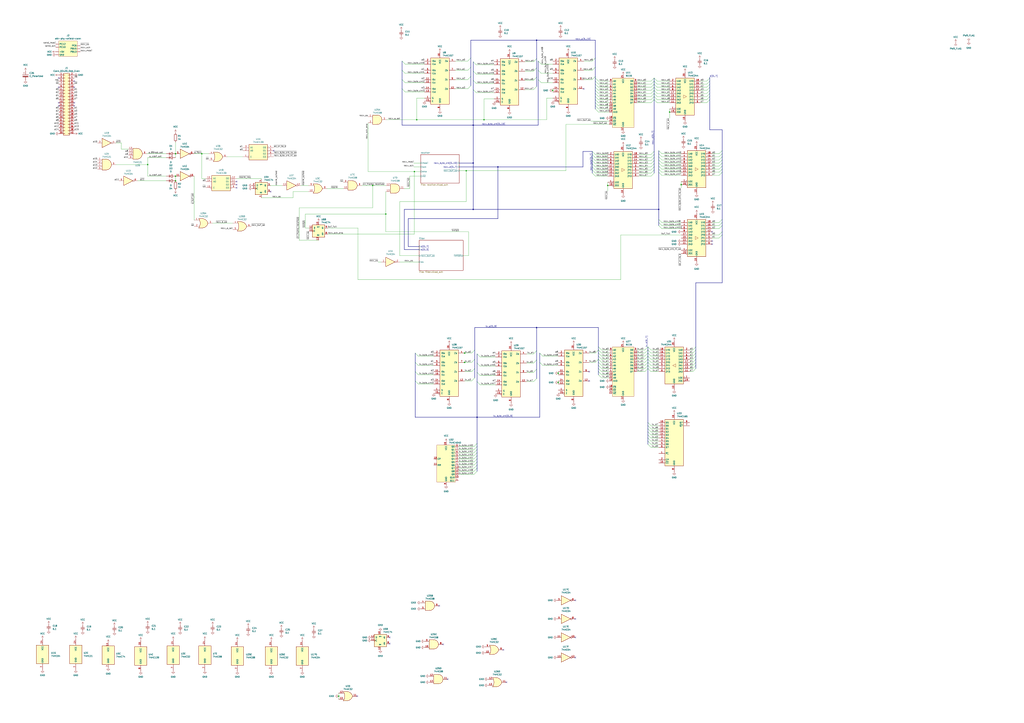
<source format=kicad_sch>
(kicad_sch (version 20230121) (generator eeschema)
  (paper "A1")
  (title_block (title "Ethernet module") (date "2023-10-14") (rev "1"))
  (junction (at 499.11 152.4))
  (junction (at 340.36 140.97))
  (junction (at 278.13 572.135))
  (junction (at 440.69 269.24))
  (junction (at 382.905 140.335))
  (junction (at 541.02 172.085))
  (junction (at 388.62 133.985))
  (junction (at 397.51 98.425))
  (junction (at 388.62 102.87))
  (junction (at 342.265 98.425))
  (junction (at 440.69 33.02))
  (junction (at 121.285 135.255))
  (junction (at 458.47 314.325))
  (junction (at 381.635 290.195))
  (junction (at 391.795 342.9))
  (junction (at 316.865 175.895))
  (junction (at 559.435 151.765))
  (junction (at 165.735 126.365))
  (junction (at 144.145 148.59))
  (junction (at 458.47 306.705))
  (junction (at 549.91 92.075))
  (junction (at 306.07 152.4))
  (junction (at 144.145 126.365))
  (junction (at 454.025 74.295))
  (junction (at 144.145 144.78))
  (junction (at 381.635 297.815))
  (junction (at 388.62 172.085))
  (junction (at 408.94 137.16))
  (no_connect (at 483.87 305.435))
  (no_connect (at 60.96 71.755))
  (no_connect (at 48.26 71.755))
  (no_connect (at 222.25 157.48))
  (no_connect (at 60.96 66.675))
  (no_connect (at 320.04 528.955))
  (no_connect (at 48.26 64.135))
  (no_connect (at 60.96 86.995))
  (no_connect (at 413.385 534.035))
  (no_connect (at 194.31 149.225))
  (no_connect (at 48.26 86.995))
  (no_connect (at 584.835 200.66))
  (no_connect (at 415.925 560.705))
  (no_connect (at 584.835 198.12))
  (no_connect (at 472.44 508.635))
  (no_connect (at 363.855 529.59))
  (no_connect (at 224.79 123.825))
  (no_connect (at 479.425 73.025))
  (no_connect (at 293.37 572.135))
  (no_connect (at 48.26 84.455))
  (no_connect (at 472.44 523.875))
  (no_connect (at 194.31 151.765))
  (no_connect (at 367.665 558.165))
  (no_connect (at 472.44 540.385))
  (no_connect (at 320.04 523.875))
  (no_connect (at 60.96 84.455))
  (no_connect (at 360.68 497.84))
  (no_connect (at 584.835 190.5))
  (no_connect (at 194.31 154.305))
  (no_connect (at 472.44 493.395))
  (no_connect (at 483.87 313.055))
  (bus_entry (at 541.02 128.905) (size 2.54 2.54))
  (bus_entry (at 537.21 76.835) (size -2.54 2.54))
  (bus_entry (at 441.96 57.785) (size 2.54 2.54))
  (bus_entry (at 391.795 313.69) (size 2.54 2.54))
  (bus_entry (at 541.02 139.065) (size 2.54 2.54))
  (bus_entry (at 386.715 70.485) (size -2.54 2.54))
  (bus_entry (at 532.13 354.965) (size 2.54 2.54))
  (bus_entry (at 593.09 190.5) (size -2.54 2.54))
  (bus_entry (at 491.49 290.195) (size 2.54 2.54))
  (bus_entry (at 541.02 136.525) (size 2.54 2.54))
  (bus_entry (at 532.13 287.655) (size 2.54 2.54))
  (bus_entry (at 541.02 180.34) (size 2.54 2.54))
  (bus_entry (at 340.995 305.435) (size 2.54 2.54))
  (bus_entry (at 537.21 81.915) (size 2.54 2.54))
  (bus_entry (at 486.41 142.24) (size 2.54 2.54))
  (bus_entry (at 532.13 285.115) (size -2.54 2.54))
  (bus_entry (at 532.13 362.585) (size 2.54 2.54))
  (bus_entry (at 488.95 86.995) (size 2.54 2.54))
  (bus_entry (at 532.13 295.275) (size -2.54 2.54))
  (bus_entry (at 440.69 71.12) (size -2.54 2.54))
  (bus_entry (at 537.21 74.295) (size 2.54 2.54))
  (bus_entry (at 582.93 66.675) (size -2.54 2.54))
  (bus_entry (at 440.69 288.29) (size -2.54 2.54))
  (bus_entry (at 488.95 74.295) (size 2.54 2.54))
  (bus_entry (at 488.95 84.455) (size 2.54 2.54))
  (bus_entry (at 391.795 367.03) (size -2.54 2.54))
  (bus_entry (at 389.89 302.895) (size -2.54 2.54))
  (bus_entry (at 388.62 58.42) (size 2.54 2.54))
  (bus_entry (at 491.49 295.275) (size -2.54 2.54))
  (bus_entry (at 537.21 74.295) (size -2.54 2.54))
  (bus_entry (at 386.715 55.245) (size -2.54 2.54))
  (bus_entry (at 537.21 129.54) (size -2.54 2.54))
  (bus_entry (at 486.41 124.46) (size 2.54 2.54))
  (bus_entry (at 532.13 290.195) (size -2.54 2.54))
  (bus_entry (at 391.795 372.11) (size -2.54 2.54))
  (bus_entry (at 491.49 295.275) (size 2.54 2.54))
  (bus_entry (at 593.09 136.525) (size -2.54 2.54))
  (bus_entry (at 537.21 127) (size -2.54 2.54))
  (bus_entry (at 486.41 139.7) (size 2.54 2.54))
  (bus_entry (at 391.795 387.35) (size -2.54 2.54))
  (bus_entry (at 440.69 303.53) (size -2.54 2.54))
  (bus_entry (at 537.21 132.08) (size -2.54 2.54))
  (bus_entry (at 537.21 69.215) (size 2.54 2.54))
  (bus_entry (at 532.13 300.355) (size -2.54 2.54))
  (bus_entry (at 593.09 131.445) (size -2.54 2.54))
  (bus_entry (at 582.93 74.295) (size -2.54 2.54))
  (bus_entry (at 541.02 185.42) (size 2.54 2.54))
  (bus_entry (at 389.89 287.655) (size -2.54 2.54))
  (bus_entry (at 532.13 292.735) (size 2.54 2.54))
  (bus_entry (at 593.09 182.88) (size -2.54 2.54))
  (bus_entry (at 571.5 290.195) (size -2.54 2.54))
  (bus_entry (at 593.09 126.365) (size -2.54 2.54))
  (bus_entry (at 491.49 307.975) (size 2.54 2.54))
  (bus_entry (at 541.02 133.985) (size 2.54 2.54))
  (bus_entry (at 582.93 81.915) (size -2.54 2.54))
  (bus_entry (at 537.21 71.755) (size -2.54 2.54))
  (bus_entry (at 386.715 47.625) (size -2.54 2.54))
  (bus_entry (at 486.41 129.54) (size 2.54 2.54))
  (bus_entry (at 340.995 297.815) (size 2.54 2.54))
  (bus_entry (at 391.795 364.49) (size -2.54 2.54))
  (bus_entry (at 391.795 379.73) (size -2.54 2.54))
  (bus_entry (at 391.795 369.57) (size -2.54 2.54))
  (bus_entry (at 532.13 300.355) (size 2.54 2.54))
  (bus_entry (at 537.21 79.375) (size 2.54 2.54))
  (bus_entry (at 541.02 131.445) (size 2.54 2.54))
  (bus_entry (at 391.795 384.81) (size -2.54 2.54))
  (bus_entry (at 537.21 139.7) (size -2.54 2.54))
  (bus_entry (at 488.95 76.835) (size 2.54 2.54))
  (bus_entry (at 571.5 287.655) (size -2.54 2.54))
  (bus_entry (at 488.95 69.215) (size 2.54 2.54))
  (bus_entry (at 537.21 142.24) (size -2.54 2.54))
  (bus_entry (at 532.13 352.425) (size 2.54 2.54))
  (bus_entry (at 537.21 76.835) (size 2.54 2.54))
  (bus_entry (at 541.02 141.605) (size 2.54 2.54))
  (bus_entry (at 491.49 305.435) (size 2.54 2.54))
  (bus_entry (at 571.5 297.815) (size -2.54 2.54))
  (bus_entry (at 486.41 132.08) (size 2.54 2.54))
  (bus_entry (at 388.62 66.04) (size 2.54 2.54))
  (bus_entry (at 582.93 79.375) (size -2.54 2.54))
  (bus_entry (at 537.21 64.135) (size 2.54 2.54))
  (bus_entry (at 340.995 290.195) (size 2.54 2.54))
  (bus_entry (at 537.21 66.675) (size 2.54 2.54))
  (bus_entry (at 491.49 302.895) (size 2.54 2.54))
  (bus_entry (at 532.13 287.655) (size -2.54 2.54))
  (bus_entry (at 440.69 55.88) (size -2.54 2.54))
  (bus_entry (at 488.95 55.245) (size -2.54 2.54))
  (bus_entry (at 541.02 126.365) (size 2.54 2.54))
  (bus_entry (at 386.715 62.865) (size -2.54 2.54))
  (bus_entry (at 441.96 65.405) (size 2.54 2.54))
  (bus_entry (at 440.69 295.91) (size -2.54 2.54))
  (bus_entry (at 593.09 180.34) (size -2.54 2.54))
  (bus_entry (at 491.49 287.655) (size -2.54 2.54))
  (bus_entry (at 488.95 71.755) (size 2.54 2.54))
  (bus_entry (at 541.02 182.88) (size 2.54 2.54))
  (bus_entry (at 537.21 137.16) (size -2.54 2.54))
  (bus_entry (at 593.09 139.065) (size -2.54 2.54))
  (bus_entry (at 532.13 365.125) (size 2.54 2.54))
  (bus_entry (at 532.13 302.895) (size -2.54 2.54))
  (bus_entry (at 537.21 64.135) (size -2.54 2.54))
  (bus_entry (at 532.13 292.735) (size -2.54 2.54))
  (bus_entry (at 391.795 298.45) (size 2.54 2.54))
  (bus_entry (at 593.09 185.42) (size -2.54 2.54))
  (bus_entry (at 532.13 285.115) (size 2.54 2.54))
  (bus_entry (at 491.49 287.655) (size 2.54 2.54))
  (bus_entry (at 340.995 313.055) (size 2.54 2.54))
  (bus_entry (at 443.23 290.195) (size 2.54 2.54))
  (bus_entry (at 532.13 347.345) (size 2.54 2.54))
  (bus_entry (at 571.5 292.735) (size -2.54 2.54))
  (bus_entry (at 582.93 64.135) (size -2.54 2.54))
  (bus_entry (at 537.21 66.675) (size -2.54 2.54))
  (bus_entry (at 330.2 73.025) (size 2.54 2.54))
  (bus_entry (at 571.5 285.115) (size -2.54 2.54))
  (bus_entry (at 486.41 127) (size 2.54 2.54))
  (bus_entry (at 571.5 302.895) (size -2.54 2.54))
  (bus_entry (at 532.13 349.885) (size 2.54 2.54))
  (bus_entry (at 537.21 134.62) (size -2.54 2.54))
  (bus_entry (at 593.09 123.825) (size -2.54 2.54))
  (bus_entry (at 440.69 48.26) (size -2.54 2.54))
  (bus_entry (at 388.62 50.8) (size 2.54 2.54))
  (bus_entry (at 391.795 377.19) (size -2.54 2.54))
  (bus_entry (at 593.09 133.985) (size -2.54 2.54))
  (bus_entry (at 532.13 295.275) (size 2.54 2.54))
  (bus_entry (at 532.13 360.045) (size 2.54 2.54))
  (bus_entry (at 532.13 357.505) (size 2.54 2.54))
  (bus_entry (at 593.09 141.605) (size -2.54 2.54))
  (bus_entry (at 488.95 62.865) (size -2.54 2.54))
  (bus_entry (at 330.2 65.405) (size 2.54 2.54))
  (bus_entry (at 491.49 297.815) (size 2.54 2.54))
  (bus_entry (at 532.13 290.195) (size 2.54 2.54))
  (bus_entry (at 532.13 297.815) (size 2.54 2.54))
  (bus_entry (at 391.795 374.65) (size -2.54 2.54))
  (bus_entry (at 488.95 47.625) (size -2.54 2.54))
  (bus_entry (at 488.95 64.135) (size 2.54 2.54))
  (bus_entry (at 488.95 81.915) (size 2.54 2.54))
  (bus_entry (at 532.13 302.895) (size 2.54 2.54))
  (bus_entry (at 388.62 73.66) (size 2.54 2.54))
  (bus_entry (at 391.795 382.27) (size -2.54 2.54))
  (bus_entry (at 537.21 69.215) (size -2.54 2.54))
  (bus_entry (at 491.49 285.115) (size 2.54 2.54))
  (bus_entry (at 593.09 128.905) (size -2.54 2.54))
  (bus_entry (at 571.5 295.275) (size -2.54 2.54))
  (bus_entry (at 593.09 193.04) (size -2.54 2.54))
  (bus_entry (at 582.93 69.215) (size -2.54 2.54))
  (bus_entry (at 491.49 300.355) (size 2.54 2.54))
  (bus_entry (at 486.41 137.16) (size 2.54 2.54))
  (bus_entry (at 330.2 57.785) (size 2.54 2.54))
  (bus_entry (at 486.41 134.62) (size 2.54 2.54))
  (bus_entry (at 537.21 71.755) (size 2.54 2.54))
  (bus_entry (at 571.5 300.355) (size -2.54 2.54))
  (bus_entry (at 537.21 81.915) (size -2.54 2.54))
  (bus_entry (at 537.21 79.375) (size -2.54 2.54))
  (bus_entry (at 440.69 63.5) (size -2.54 2.54))
  (bus_entry (at 443.23 297.815) (size 2.54 2.54))
  (bus_entry (at 440.69 311.15) (size -2.54 2.54))
  (bus_entry (at 582.93 71.755) (size -2.54 2.54))
  (bus_entry (at 441.96 50.165) (size 2.54 2.54))
  (bus_entry (at 391.795 290.83) (size 2.54 2.54))
  (bus_entry (at 391.795 306.07) (size 2.54 2.54))
  (bus_entry (at 541.02 123.825) (size 2.54 2.54))
  (bus_entry (at 389.89 295.275) (size -2.54 2.54))
  (bus_entry (at 582.93 76.835) (size -2.54 2.54))
  (bus_entry (at 330.2 50.165) (size 2.54 2.54))
  (bus_entry (at 537.21 124.46) (size -2.54 2.54))
  (bus_entry (at 389.89 310.515) (size -2.54 2.54))
  (bus_entry (at 532.13 297.815) (size -2.54 2.54))
  (bus_entry (at 488.95 66.675) (size 2.54 2.54))
  (bus_entry (at 488.95 79.375) (size 2.54 2.54))
  (bus_entry (at 491.49 292.735) (size 2.54 2.54))
  (bus_entry (at 488.95 89.535) (size 2.54 2.54))
  (bus (pts (xy 391.795 382.27) (xy 391.795 384.81)))
  (wire (pts (xy 523.24 66.675) (xy 534.67 66.675)))
  (wire (pts (xy 458.47 313.055) (xy 458.47 314.325)))
  (wire (pts (xy 524.51 129.54) (xy 534.67 129.54)))
  (wire (pts (xy 523.24 295.275) (xy 529.59 295.275)))
  (wire (pts (xy 491.49 89.535) (xy 500.38 89.535)))
  (wire (pts (xy 121.285 129.54) (xy 136.525 129.54)))
  (wire (pts (xy 316.865 157.48) (xy 316.865 175.895)))
  (wire (pts (xy 374.015 50.165) (xy 384.175 50.165)))
  (wire (pts (xy 483.87 297.815) (xy 488.95 297.815)))
  (wire (pts (xy 374.015 57.785) (xy 384.175 57.785)))
  (bus (pts (xy 388.62 102.87) (xy 388.62 133.985)))
  (wire (pts (xy 444.5 67.945) (xy 454.025 67.945)))
  (bus (pts (xy 593.09 126.365) (xy 593.09 128.905)))
  (bus (pts (xy 478.79 137.16) (xy 478.79 124.46)))
  (bus (pts (xy 332.105 205.105) (xy 332.105 172.085)))
  (wire (pts (xy 343.535 315.595) (xy 356.235 315.595)))
  (bus (pts (xy 486.41 132.08) (xy 486.41 134.62)))
  (wire (pts (xy 382.905 165.735) (xy 382.905 140.335)))
  (wire (pts (xy 222.25 152.4) (xy 231.775 152.4)))
  (bus (pts (xy 391.795 342.9) (xy 391.795 364.49)))
  (bus (pts (xy 593.09 133.985) (xy 593.09 136.525)))
  (wire (pts (xy 340.36 192.405) (xy 340.36 140.97)))
  (bus (pts (xy 488.95 62.865) (xy 488.95 55.245)))
  (wire (pts (xy 534.67 352.425) (xy 541.02 352.425)))
  (wire (pts (xy 539.75 74.295) (xy 549.91 74.295)))
  (wire (pts (xy 539.75 84.455) (xy 549.91 84.455)))
  (bus (pts (xy 491.49 269.24) (xy 440.69 269.24)))
  (wire (pts (xy 245.745 197.485) (xy 245.745 170.815)))
  (wire (pts (xy 543.56 139.065) (xy 559.435 139.065)))
  (bus (pts (xy 391.795 342.9) (xy 443.23 342.9)))
  (bus (pts (xy 541.02 136.525) (xy 541.02 139.065)))
  (wire (pts (xy 494.03 302.895) (xy 500.38 302.895)))
  (bus (pts (xy 440.69 269.24) (xy 389.89 269.24)))
  (bus (pts (xy 391.795 379.73) (xy 391.795 382.27)))
  (bus (pts (xy 391.795 290.83) (xy 391.795 298.45)))
  (bus (pts (xy 491.49 300.355) (xy 491.49 297.815)))
  (wire (pts (xy 240.665 162.56) (xy 240.665 157.48)))
  (wire (pts (xy 483.87 290.195) (xy 488.95 290.195)))
  (wire (pts (xy 214.63 146.685) (xy 214.63 147.32)))
  (wire (pts (xy 488.95 144.78) (xy 499.11 144.78)))
  (bus (pts (xy 593.09 106.68) (xy 593.09 123.825)))
  (wire (pts (xy 523.24 302.895) (xy 529.59 302.895)))
  (wire (pts (xy 523.24 81.915) (xy 534.67 81.915)))
  (wire (pts (xy 509.905 229.87) (xy 509.905 193.04)))
  (wire (pts (xy 488.95 137.16) (xy 499.11 137.16)))
  (wire (pts (xy 302.26 140.97) (xy 340.36 140.97)))
  (bus (pts (xy 571.5 295.275) (xy 571.5 297.815)))
  (wire (pts (xy 336.55 154.94) (xy 336.55 144.78)))
  (wire (pts (xy 448.945 98.425) (xy 448.945 80.645)))
  (bus (pts (xy 491.49 292.735) (xy 491.49 290.195)))
  (bus (pts (xy 389.89 302.895) (xy 389.89 310.515)))
  (wire (pts (xy 523.24 79.375) (xy 534.67 79.375)))
  (wire (pts (xy 344.17 210.185) (xy 328.295 210.185)))
  (bus (pts (xy 488.95 62.865) (xy 488.95 64.135)))
  (wire (pts (xy 391.16 76.2) (xy 405.765 76.2)))
  (bus (pts (xy 388.62 66.04) (xy 388.62 73.66)))
  (wire (pts (xy 488.95 134.62) (xy 499.11 134.62)))
  (wire (pts (xy 343.535 292.735) (xy 356.235 292.735)))
  (bus (pts (xy 443.23 290.195) (xy 443.23 297.815)))
  (wire (pts (xy 539.75 66.675) (xy 549.91 66.675)))
  (bus (pts (xy 488.95 66.675) (xy 488.95 69.215)))
  (wire (pts (xy 445.77 300.355) (xy 458.47 300.355)))
  (wire (pts (xy 250.825 187.325) (xy 250.825 175.895)))
  (bus (pts (xy 582.93 106.68) (xy 593.09 106.68)))
  (bus (pts (xy 486.41 139.7) (xy 486.41 142.24)))
  (wire (pts (xy 376.555 369.57) (xy 389.255 369.57)))
  (bus (pts (xy 532.13 349.885) (xy 532.13 352.425)))
  (wire (pts (xy 381.635 290.195) (xy 387.35 290.195)))
  (bus (pts (xy 541.02 180.34) (xy 541.02 182.88)))
  (wire (pts (xy 524.51 144.78) (xy 534.67 144.78)))
  (wire (pts (xy 566.42 300.355) (xy 568.96 300.355)))
  (wire (pts (xy 523.24 305.435) (xy 529.59 305.435)))
  (wire (pts (xy 458.47 306.705) (xy 458.47 307.975)))
  (wire (pts (xy 543.56 187.96) (xy 559.435 187.96)))
  (bus (pts (xy 486.41 127) (xy 486.41 129.54)))
  (wire (pts (xy 269.24 192.405) (xy 340.36 192.405)))
  (wire (pts (xy 245.745 170.815) (xy 306.07 170.815)))
  (wire (pts (xy 376.555 379.73) (xy 389.255 379.73)))
  (wire (pts (xy 491.49 74.295) (xy 500.38 74.295)))
  (wire (pts (xy 310.515 215.265) (xy 313.055 215.265)))
  (wire (pts (xy 566.42 302.895) (xy 568.96 302.895)))
  (wire (pts (xy 534.67 287.655) (xy 541.02 287.655)))
  (bus (pts (xy 537.21 127) (xy 537.21 129.54)))
  (wire (pts (xy 499.11 152.4) (xy 499.11 156.845)))
  (bus (pts (xy 486.41 124.46) (xy 486.41 127)))
  (wire (pts (xy 575.31 81.915) (xy 580.39 81.915)))
  (wire (pts (xy 165.735 126.365) (xy 171.45 126.365)))
  (wire (pts (xy 491.49 66.675) (xy 500.38 66.675)))
  (bus (pts (xy 344.17 202.565) (xy 335.28 202.565)))
  (wire (pts (xy 382.905 140.335) (xy 464.82 140.335)))
  (wire (pts (xy 534.67 302.895) (xy 541.02 302.895)))
  (wire (pts (xy 580.39 66.675) (xy 575.31 66.675)))
  (bus (pts (xy 532.13 354.965) (xy 532.13 357.505)))
  (wire (pts (xy 95.25 135.255) (xy 121.285 135.255)))
  (wire (pts (xy 534.67 292.735) (xy 541.02 292.735)))
  (wire (pts (xy 294.005 229.87) (xy 509.905 229.87)))
  (wire (pts (xy 523.24 292.735) (xy 529.59 292.735)))
  (wire (pts (xy 144.145 144.78) (xy 144.145 148.59)))
  (wire (pts (xy 534.67 300.355) (xy 541.02 300.355)))
  (wire (pts (xy 339.725 133.985) (xy 345.44 133.985)))
  (bus (pts (xy 582.93 64.135) (xy 582.93 66.675)))
  (wire (pts (xy 494.03 305.435) (xy 500.38 305.435)))
  (bus (pts (xy 593.09 141.605) (xy 593.09 180.34)))
  (wire (pts (xy 332.74 52.705) (xy 348.615 52.705)))
  (wire (pts (xy 376.555 382.27) (xy 389.255 382.27)))
  (bus (pts (xy 441.96 65.405) (xy 441.96 102.87)))
  (wire (pts (xy 543.56 133.985) (xy 559.435 133.985)))
  (wire (pts (xy 584.835 136.525) (xy 590.55 136.525)))
  (wire (pts (xy 575.31 79.375) (xy 580.39 79.375)))
  (bus (pts (xy 532.13 295.275) (xy 532.13 297.815)))
  (wire (pts (xy 454.025 73.025) (xy 454.025 74.295)))
  (wire (pts (xy 278.13 572.135) (xy 278.13 574.675)))
  (bus (pts (xy 391.795 377.19) (xy 391.795 379.73)))
  (wire (pts (xy 559.435 149.225) (xy 559.435 151.765)))
  (wire (pts (xy 524.51 142.24) (xy 534.67 142.24)))
  (bus (pts (xy 537.21 124.46) (xy 537.21 127)))
  (bus (pts (xy 344.17 205.105) (xy 332.105 205.105)))
  (wire (pts (xy 99.695 117.475) (xy 99.695 122.555)))
  (bus (pts (xy 593.09 193.04) (xy 593.09 232.41)))
  (bus (pts (xy 537.21 129.54) (xy 537.21 132.08)))
  (bus (pts (xy 532.13 292.735) (xy 532.13 295.275)))
  (wire (pts (xy 534.67 357.505) (xy 541.02 357.505)))
  (bus (pts (xy 330.2 73.025) (xy 330.2 102.87)))
  (wire (pts (xy 121.285 135.255) (xy 121.285 129.54)))
  (wire (pts (xy 584.835 195.58) (xy 590.55 195.58)))
  (wire (pts (xy 584.835 126.365) (xy 590.55 126.365)))
  (wire (pts (xy 394.335 300.99) (xy 407.035 300.99)))
  (wire (pts (xy 302.26 100.965) (xy 302.26 140.97)))
  (bus (pts (xy 391.795 306.07) (xy 391.795 313.69)))
  (bus (pts (xy 340.995 305.435) (xy 340.995 313.055)))
  (bus (pts (xy 593.09 180.34) (xy 593.09 182.88)))
  (wire (pts (xy 523.24 71.755) (xy 534.67 71.755)))
  (wire (pts (xy 194.31 146.685) (xy 214.63 146.685)))
  (bus (pts (xy 593.09 123.825) (xy 593.09 126.365)))
  (wire (pts (xy 381.635 297.815) (xy 380.365 297.815)))
  (bus (pts (xy 537.21 81.915) (xy 537.21 124.46)))
  (wire (pts (xy 491.49 84.455) (xy 500.38 84.455)))
  (bus (pts (xy 571.5 232.41) (xy 571.5 285.115)))
  (bus (pts (xy 391.795 372.11) (xy 391.795 374.65)))
  (wire (pts (xy 342.265 98.425) (xy 317.5 98.425)))
  (wire (pts (xy 214.63 162.56) (xy 240.665 162.56)))
  (wire (pts (xy 294.005 187.325) (xy 294.005 229.87)))
  (bus (pts (xy 488.95 71.755) (xy 488.95 74.295)))
  (wire (pts (xy 523.24 300.355) (xy 529.59 300.355)))
  (wire (pts (xy 332.74 67.945) (xy 348.615 67.945)))
  (bus (pts (xy 593.09 139.065) (xy 593.09 141.605)))
  (wire (pts (xy 534.67 290.195) (xy 541.02 290.195)))
  (wire (pts (xy 524.51 127) (xy 534.67 127)))
  (bus (pts (xy 443.23 297.815) (xy 443.23 342.9)))
  (bus (pts (xy 386.715 33.02) (xy 386.715 47.625)))
  (bus (pts (xy 537.21 137.16) (xy 537.21 139.7)))
  (bus (pts (xy 537.21 69.215) (xy 537.21 71.755)))
  (wire (pts (xy 332.105 154.94) (xy 336.55 154.94)))
  (bus (pts (xy 488.95 47.625) (xy 488.95 33.02)))
  (wire (pts (xy 376.555 387.35) (xy 389.255 387.35)))
  (wire (pts (xy 523.24 287.655) (xy 529.59 287.655)))
  (wire (pts (xy 488.95 132.08) (xy 499.11 132.08)))
  (wire (pts (xy 524.51 132.08) (xy 534.67 132.08)))
  (wire (pts (xy 120.65 126.365) (xy 136.525 126.365)))
  (bus (pts (xy 541.02 126.365) (xy 541.02 128.905)))
  (bus (pts (xy 537.21 66.675) (xy 537.21 69.215)))
  (bus (pts (xy 377.19 133.985) (xy 388.62 133.985)))
  (bus (pts (xy 391.795 374.65) (xy 391.795 377.19)))
  (bus (pts (xy 582.93 76.835) (xy 582.93 79.375)))
  (wire (pts (xy 491.49 71.755) (xy 500.38 71.755)))
  (wire (pts (xy 543.56 131.445) (xy 559.435 131.445)))
  (wire (pts (xy 381.635 290.195) (xy 380.365 290.195)))
  (wire (pts (xy 343.535 300.355) (xy 356.235 300.355)))
  (wire (pts (xy 543.56 136.525) (xy 559.435 136.525)))
  (bus (pts (xy 491.49 307.975) (xy 491.49 305.435)))
  (bus (pts (xy 386.715 55.245) (xy 386.715 62.865)))
  (bus (pts (xy 488.95 33.02) (xy 440.69 33.02)))
  (wire (pts (xy 316.865 190.5) (xy 384.81 190.5)))
  (wire (pts (xy 342.265 80.645) (xy 342.265 98.425)))
  (bus (pts (xy 532.13 290.195) (xy 532.13 292.735)))
  (wire (pts (xy 444.5 60.325) (xy 454.025 60.325)))
  (wire (pts (xy 254 187.325) (xy 250.825 187.325)))
  (wire (pts (xy 575.31 84.455) (xy 580.39 84.455)))
  (bus (pts (xy 440.69 33.02) (xy 440.69 48.26)))
  (bus (pts (xy 532.13 362.585) (xy 532.13 365.125)))
  (wire (pts (xy 566.42 292.735) (xy 568.96 292.735)))
  (wire (pts (xy 494.03 307.975) (xy 500.38 307.975)))
  (wire (pts (xy 491.49 81.915) (xy 500.38 81.915)))
  (wire (pts (xy 99.695 122.555) (xy 105.41 122.555)))
  (bus (pts (xy 330.2 57.785) (xy 330.2 65.405)))
  (wire (pts (xy 491.49 86.995) (xy 500.38 86.995)))
  (wire (pts (xy 543.56 126.365) (xy 559.435 126.365)))
  (bus (pts (xy 593.09 131.445) (xy 593.09 133.985)))
  (bus (pts (xy 532.13 300.355) (xy 532.13 302.895)))
  (bus (pts (xy 582.93 69.215) (xy 582.93 71.755)))
  (bus (pts (xy 537.21 132.08) (xy 537.21 134.62)))
  (wire (pts (xy 534.67 305.435) (xy 541.02 305.435)))
  (wire (pts (xy 523.24 74.295) (xy 534.67 74.295)))
  (wire (pts (xy 464.82 102.235) (xy 500.38 102.235)))
  (wire (pts (xy 377.19 140.335) (xy 382.905 140.335)))
  (bus (pts (xy 377.19 137.16) (xy 408.94 137.16)))
  (bus (pts (xy 335.28 202.565) (xy 335.28 179.705)))
  (wire (pts (xy 575.31 76.835) (xy 580.39 76.835)))
  (bus (pts (xy 541.02 133.985) (xy 541.02 136.525)))
  (wire (pts (xy 534.67 362.585) (xy 541.02 362.585)))
  (wire (pts (xy 432.435 290.83) (xy 438.15 290.83)))
  (wire (pts (xy 121.285 144.78) (xy 136.525 144.78)))
  (bus (pts (xy 388.62 73.66) (xy 388.62 102.87)))
  (bus (pts (xy 571.5 292.735) (xy 571.5 295.275)))
  (wire (pts (xy 543.56 128.905) (xy 559.435 128.905)))
  (bus (pts (xy 340.995 297.815) (xy 340.995 305.435)))
  (wire (pts (xy 566.42 295.275) (xy 568.96 295.275)))
  (bus (pts (xy 488.95 76.835) (xy 488.95 74.295)))
  (bus (pts (xy 541.02 182.88) (xy 541.02 185.42)))
  (wire (pts (xy 278.13 569.595) (xy 278.13 572.135)))
  (wire (pts (xy 534.67 367.665) (xy 541.02 367.665)))
  (wire (pts (xy 486.41 57.785) (xy 479.425 57.785)))
  (bus (pts (xy 532.13 357.505) (xy 532.13 360.045)))
  (wire (pts (xy 458.47 314.325) (xy 458.47 315.595)))
  (bus (pts (xy 488.95 55.245) (xy 488.95 47.625)))
  (bus (pts (xy 335.28 179.705) (xy 408.94 179.705)))
  (wire (pts (xy 376.555 389.89) (xy 389.255 389.89)))
  (wire (pts (xy 144.145 116.84) (xy 144.145 126.365)))
  (bus (pts (xy 582.93 66.675) (xy 582.93 69.215)))
  (wire (pts (xy 394.335 308.61) (xy 407.035 308.61)))
  (bus (pts (xy 389.89 287.655) (xy 389.89 295.275)))
  (wire (pts (xy 394.335 316.23) (xy 407.035 316.23)))
  (wire (pts (xy 539.75 71.755) (xy 549.91 71.755)))
  (wire (pts (xy 488.95 129.54) (xy 499.11 129.54)))
  (wire (pts (xy 539.75 81.915) (xy 549.91 81.915)))
  (wire (pts (xy 391.16 53.34) (xy 405.765 53.34)))
  (bus (pts (xy 388.62 172.085) (xy 541.02 172.085)))
  (wire (pts (xy 523.24 76.835) (xy 534.67 76.835)))
  (wire (pts (xy 113.03 148.59) (xy 136.525 148.59)))
  (wire (pts (xy 523.24 69.215) (xy 534.67 69.215)))
  (wire (pts (xy 566.42 305.435) (xy 568.96 305.435)))
  (wire (pts (xy 454.025 74.295) (xy 454.025 75.565)))
  (bus (pts (xy 391.795 298.45) (xy 391.795 306.07)))
  (bus (pts (xy 537.21 134.62) (xy 537.21 137.16)))
  (wire (pts (xy 575.31 71.755) (xy 580.39 71.755)))
  (bus (pts (xy 440.69 33.02) (xy 386.715 33.02)))
  (wire (pts (xy 543.56 185.42) (xy 559.435 185.42)))
  (bus (pts (xy 440.69 55.88) (xy 440.69 63.5)))
  (wire (pts (xy 174.625 183.515) (xy 191.135 183.515)))
  (bus (pts (xy 582.93 81.915) (xy 582.93 106.68)))
  (wire (pts (xy 306.07 170.815) (xy 306.07 152.4)))
  (bus (pts (xy 532.13 287.655) (xy 532.13 290.195)))
  (bus (pts (xy 486.41 129.54) (xy 486.41 132.08)))
  (bus (pts (xy 488.95 81.915) (xy 488.95 79.375)))
  (wire (pts (xy 391.16 60.96) (xy 405.765 60.96)))
  (wire (pts (xy 165.735 126.365) (xy 165.735 146.685)))
  (bus (pts (xy 488.95 64.135) (xy 488.95 66.675)))
  (bus (pts (xy 571.5 285.115) (xy 571.5 287.655)))
  (bus (pts (xy 491.49 287.655) (xy 491.49 285.115)))
  (wire (pts (xy 306.07 152.4) (xy 316.865 152.4)))
  (wire (pts (xy 405.765 81.28) (xy 397.51 81.28)))
  (bus (pts (xy 491.49 290.195) (xy 491.49 287.655)))
  (wire (pts (xy 566.42 290.195) (xy 568.96 290.195)))
  (bus (pts (xy 340.995 313.055) (xy 340.995 342.9)))
  (bus (pts (xy 488.95 86.995) (xy 488.95 84.455)))
  (wire (pts (xy 339.725 137.16) (xy 345.44 137.16)))
  (bus (pts (xy 491.49 297.815) (xy 491.49 295.275)))
  (bus (pts (xy 340.995 342.9) (xy 391.795 342.9)))
  (wire (pts (xy 438.15 66.04) (xy 431.165 66.04)))
  (wire (pts (xy 491.49 69.215) (xy 500.38 69.215)))
  (bus (pts (xy 386.715 47.625) (xy 386.715 55.245)))
  (bus (pts (xy 440.69 48.26) (xy 440.69 55.88)))
  (bus (pts (xy 441.96 50.165) (xy 441.96 57.785)))
  (bus (pts (xy 332.105 172.085) (xy 388.62 172.085)))
  (wire (pts (xy 387.35 297.815) (xy 381.635 297.815)))
  (wire (pts (xy 384.81 190.5) (xy 384.81 210.185)))
  (wire (pts (xy 524.51 134.62) (xy 534.67 134.62)))
  (wire (pts (xy 566.42 287.655) (xy 568.96 287.655)))
  (bus (pts (xy 441.96 57.785) (xy 441.96 65.405)))
  (bus (pts (xy 541.02 128.905) (xy 541.02 131.445)))
  (wire (pts (xy 543.56 141.605) (xy 559.435 141.605)))
  (wire (pts (xy 575.31 69.215) (xy 580.39 69.215)))
  (wire (pts (xy 165.735 146.685) (xy 168.91 146.685)))
  (wire (pts (xy 584.835 187.96) (xy 590.55 187.96)))
  (bus (pts (xy 532.13 297.815) (xy 532.13 300.355)))
  (bus (pts (xy 593.09 182.88) (xy 593.09 185.42)))
  (wire (pts (xy 328.295 210.185) (xy 328.295 165.735)))
  (bus (pts (xy 532.13 285.115) (xy 532.13 287.655)))
  (bus (pts (xy 537.21 139.7) (xy 537.21 142.24)))
  (wire (pts (xy 387.35 305.435) (xy 381.635 305.435)))
  (bus (pts (xy 388.62 133.985) (xy 388.62 172.085)))
  (wire (pts (xy 524.51 139.7) (xy 534.67 139.7)))
  (wire (pts (xy 328.295 215.265) (xy 344.17 215.265)))
  (wire (pts (xy 539.75 76.835) (xy 549.91 76.835)))
  (wire (pts (xy 590.55 182.88) (xy 584.835 182.88)))
  (wire (pts (xy 488.95 139.7) (xy 499.11 139.7)))
  (bus (pts (xy 537.21 74.295) (xy 537.21 76.835)))
  (bus (pts (xy 593.09 185.42) (xy 593.09 190.5)))
  (wire (pts (xy 584.835 131.445) (xy 590.55 131.445)))
  (bus (pts (xy 440.69 288.29) (xy 440.69 295.91)))
  (wire (pts (xy 397.51 81.28) (xy 397.51 98.425)))
  (bus (pts (xy 532.13 347.345) (xy 532.13 349.885)))
  (wire (pts (xy 389.255 367.03) (xy 376.555 367.03)))
  (bus (pts (xy 340.995 290.195) (xy 340.995 297.815)))
  (wire (pts (xy 549.91 89.535) (xy 549.91 92.075)))
  (bus (pts (xy 541.02 141.605) (xy 541.02 172.085)))
  (wire (pts (xy 534.67 297.815) (xy 541.02 297.815)))
  (wire (pts (xy 121.285 135.255) (xy 121.285 144.78)))
  (wire (pts (xy 486.41 65.405) (xy 479.425 65.405)))
  (wire (pts (xy 494.03 297.815) (xy 500.38 297.815)))
  (bus (pts (xy 488.95 84.455) (xy 488.95 81.915)))
  (bus (pts (xy 532.13 352.425) (xy 532.13 354.965)))
  (wire (pts (xy 584.835 133.985) (xy 590.55 133.985)))
  (bus (pts (xy 541.02 131.445) (xy 541.02 133.985)))
  (bus (pts (xy 491.49 305.435) (xy 491.49 302.895)))
  (wire (pts (xy 376.555 372.11) (xy 389.255 372.11)))
  (bus (pts (xy 486.41 137.16) (xy 486.41 139.7)))
  (wire (pts (xy 491.49 76.835) (xy 500.38 76.835)))
  (bus (pts (xy 440.69 295.91) (xy 440.69 303.53)))
  (wire (pts (xy 534.67 360.045) (xy 541.02 360.045)))
  (wire (pts (xy 186.69 128.905) (xy 199.39 128.905)))
  (wire (pts (xy 445.77 292.735) (xy 458.47 292.735)))
  (wire (pts (xy 534.67 349.885) (xy 541.02 349.885)))
  (wire (pts (xy 523.24 297.815) (xy 529.59 297.815)))
  (bus (pts (xy 571.5 290.195) (xy 571.5 292.735)))
  (wire (pts (xy 584.835 128.905) (xy 590.55 128.905)))
  (wire (pts (xy 240.665 157.48) (xy 253.365 157.48)))
  (wire (pts (xy 444.5 52.705) (xy 454.025 52.705)))
  (bus (pts (xy 541.02 123.825) (xy 541.02 126.365)))
  (bus (pts (xy 593.09 136.525) (xy 593.09 139.065)))
  (bus (pts (xy 582.93 71.755) (xy 582.93 74.295)))
  (wire (pts (xy 391.16 68.58) (xy 405.765 68.58)))
  (wire (pts (xy 509.905 193.04) (xy 559.435 193.04)))
  (wire (pts (xy 438.15 50.8) (xy 431.165 50.8)))
  (wire (pts (xy 269.24 187.325) (xy 294.005 187.325)))
  (wire (pts (xy 584.835 139.065) (xy 590.55 139.065)))
  (wire (pts (xy 575.31 74.295) (xy 580.39 74.295)))
  (bus (pts (xy 593.09 128.905) (xy 593.09 131.445)))
  (bus (pts (xy 391.795 364.49) (xy 391.795 367.03)))
  (wire (pts (xy 584.835 193.04) (xy 590.55 193.04)))
  (bus (pts (xy 330.2 65.405) (xy 330.2 73.025)))
  (bus (pts (xy 478.79 124.46) (xy 486.41 124.46)))
  (bus (pts (xy 408.94 137.16) (xy 478.79 137.16)))
  (wire (pts (xy 584.835 185.42) (xy 590.55 185.42)))
  (wire (pts (xy 534.67 295.275) (xy 541.02 295.275)))
  (bus (pts (xy 388.62 58.42) (xy 388.62 66.04)))
  (wire (pts (xy 348.615 80.645) (xy 342.265 80.645)))
  (wire (pts (xy 432.435 306.07) (xy 438.15 306.07)))
  (bus (pts (xy 488.95 76.835) (xy 488.95 79.375)))
  (wire (pts (xy 494.03 310.515) (xy 500.38 310.515)))
  (bus (pts (xy 391.795 369.57) (xy 391.795 372.11)))
  (wire (pts (xy 494.03 295.275) (xy 500.38 295.275)))
  (wire (pts (xy 374.015 65.405) (xy 384.175 65.405)))
  (wire (pts (xy 543.56 144.145) (xy 559.435 144.145)))
  (wire (pts (xy 491.49 92.075) (xy 500.38 92.075)))
  (bus (pts (xy 571.5 300.355) (xy 571.5 302.895)))
  (wire (pts (xy 543.56 182.88) (xy 559.435 182.88)))
  (wire (pts (xy 523.24 290.195) (xy 529.59 290.195)))
  (wire (pts (xy 328.295 165.735) (xy 382.905 165.735)))
  (wire (pts (xy 566.42 297.815) (xy 568.96 297.815)))
  (wire (pts (xy 491.49 79.375) (xy 500.38 79.375)))
  (wire (pts (xy 332.74 75.565) (xy 348.615 75.565)))
  (wire (pts (xy 336.55 144.78) (xy 345.44 144.78)))
  (bus (pts (xy 488.95 71.755) (xy 488.95 69.215)))
  (wire (pts (xy 448.945 80.645) (xy 454.025 80.645)))
  (wire (pts (xy 438.15 58.42) (xy 431.165 58.42)))
  (bus (pts (xy 541.02 139.065) (xy 541.02 141.605)))
  (wire (pts (xy 488.95 127) (xy 499.11 127)))
  (wire (pts (xy 431.165 73.66) (xy 438.15 73.66)))
  (bus (pts (xy 593.09 190.5) (xy 593.09 193.04)))
  (wire (pts (xy 488.95 142.24) (xy 499.11 142.24)))
  (bus (pts (xy 440.69 269.24) (xy 440.69 288.29)))
  (wire (pts (xy 261.62 197.485) (xy 245.745 197.485)))
  (wire (pts (xy 376.555 384.81) (xy 389.255 384.81)))
  (wire (pts (xy 394.335 293.37) (xy 407.035 293.37)))
  (bus (pts (xy 440.69 303.53) (xy 440.69 311.15)))
  (wire (pts (xy 397.51 98.425) (xy 448.945 98.425)))
  (wire (pts (xy 332.74 60.325) (xy 348.615 60.325)))
  (wire (pts (xy 584.835 141.605) (xy 590.55 141.605)))
  (wire (pts (xy 95.25 117.475) (xy 99.695 117.475)))
  (wire (pts (xy 343.535 307.975) (xy 356.235 307.975)))
  (bus (pts (xy 491.49 295.275) (xy 491.49 292.735)))
  (bus (pts (xy 391.795 367.03) (xy 391.795 369.57)))
  (bus (pts (xy 391.795 313.69) (xy 391.795 342.9)))
  (bus (pts (xy 486.41 134.62) (xy 486.41 137.16)))
  (wire (pts (xy 559.435 151.765) (xy 559.435 154.305)))
  (bus (pts (xy 441.96 102.87) (xy 388.62 102.87)))
  (wire (pts (xy 494.03 300.355) (xy 500.38 300.355)))
  (bus (pts (xy 532.13 302.895) (xy 532.13 347.345)))
  (wire (pts (xy 549.91 92.075) (xy 549.91 97.155)))
  (wire (pts (xy 534.67 354.965) (xy 541.02 354.965)))
  (wire (pts (xy 485.14 99.695) (xy 500.38 99.695)))
  (bus (pts (xy 582.93 63.5) (xy 582.93 64.135)))
  (wire (pts (xy 384.81 210.185) (xy 380.365 210.185)))
  (bus (pts (xy 488.95 86.995) (xy 488.95 89.535)))
  (wire (pts (xy 494.03 287.655) (xy 500.38 287.655)))
  (wire (pts (xy 438.15 298.45) (xy 432.435 298.45)))
  (wire (pts (xy 464.82 140.335) (xy 464.82 102.235)))
  (bus (pts (xy 389.89 295.275) (xy 389.89 302.895)))
  (wire (pts (xy 523.24 84.455) (xy 534.67 84.455)))
  (bus (pts (xy 537.21 76.835) (xy 537.21 79.375)))
  (wire (pts (xy 144.145 126.365) (xy 144.145 129.54)))
  (bus (pts (xy 440.69 63.5) (xy 440.69 71.12)))
  (wire (pts (xy 458.47 305.435) (xy 458.47 306.705)))
  (wire (pts (xy 539.75 79.375) (xy 549.91 79.375)))
  (bus (pts (xy 330.2 102.87) (xy 388.62 102.87)))
  (wire (pts (xy 499.11 149.86) (xy 499.11 152.4)))
  (wire (pts (xy 387.35 313.055) (xy 381.635 313.055)))
  (bus (pts (xy 330.2 50.165) (xy 330.2 57.785)))
  (bus (pts (xy 391.795 384.81) (xy 391.795 387.35)))
  (wire (pts (xy 494.03 290.195) (xy 500.38 290.195)))
  (wire (pts (xy 342.265 98.425) (xy 397.51 98.425)))
  (bus (pts (xy 571.5 287.655) (xy 571.5 290.195)))
  (wire (pts (xy 376.555 377.19) (xy 389.255 377.19)))
  (wire (pts (xy 479.425 50.165) (xy 486.41 50.165)))
  (wire (pts (xy 159.385 126.365) (xy 165.735 126.365)))
  (wire (pts (xy 247.015 152.4) (xy 253.365 152.4)))
  (bus (pts (xy 491.49 285.115) (xy 491.49 269.24)))
  (bus (pts (xy 408.94 179.705) (xy 408.94 137.16)))
  (wire (pts (xy 494.03 292.735) (xy 500.38 292.735)))
  (wire (pts (xy 340.36 140.97) (xy 345.44 140.97)))
  (bus (pts (xy 582.93 74.295) (xy 582.93 76.835)))
  (wire (pts (xy 524.51 137.16) (xy 534.67 137.16)))
  (bus (pts (xy 537.21 64.135) (xy 537.21 66.675)))
  (bus (pts (xy 389.89 269.24) (xy 389.89 287.655)))
  (wire (pts (xy 534.67 365.125) (xy 541.02 365.125)))
  (wire (pts (xy 376.555 374.65) (xy 389.255 374.65)))
  (wire (pts (xy 159.385 144.78) (xy 159.385 180.975)))
  (bus (pts (xy 582.93 79.375) (xy 582.93 81.915)))
  (wire (pts (xy 297.18 152.4) (xy 306.07 152.4)))
  (wire (pts (xy 374.015 73.025) (xy 384.175 73.025)))
  (wire (pts (xy 539.75 69.215) (xy 549.91 69.215)))
  (bus (pts (xy 571.5 297.815) (xy 571.5 300.355)))
  (wire (pts (xy 316.865 175.895) (xy 316.865 190.5)))
  (bus (pts (xy 388.62 50.8) (xy 388.62 58.42)))
  (bus (pts (xy 386.715 62.865) (xy 386.715 70.485)))
  (bus (pts (xy 541.02 172.085) (xy 541.02 180.34)))
  (bus (pts (xy 491.49 302.895) (xy 491.49 300.355)))
  (wire (pts (xy 250.825 175.895) (xy 316.865 175.895)))
  (wire (pts (xy 438.15 313.69) (xy 432.435 313.69)))
  (bus (pts (xy 537.21 71.755) (xy 537.21 74.295)))
  (bus (pts (xy 593.09 232.41) (xy 571.5 232.41)))
  (bus (pts (xy 532.13 360.045) (xy 532.13 362.585)))
  (wire (pts (xy 584.835 144.145) (xy 590.55 144.145)))
  (bus (pts (xy 537.21 79.375) (xy 537.21 81.915)))
  (wire (pts (xy 268.605 154.94) (xy 281.94 154.94)))
  (label "recv_byte5" (at 489.585 139.7 0))
  (label "~{oe}" (at 48.26 69.215 180))
  (label "~{recv_ss}" (at 66.04 37.465 0))
  (label "tx_a3" (at 494.665 295.275 0))
  (label "recv_byte[0..7]" (at 486.41 125.73 270))
  (label "d1" (at 584.835 128.905 0))
  (label "d1" (at 566.42 290.195 0))
  (label "~{recv_byte_cnt_hi_oe}" (at 224.79 128.905 0))
  (label "recv_sck" (at 66.04 40.005 0))
  (label "recv_byte7" (at 489.585 144.78 0))
  (label "buf_full" (at 269.24 187.325 0))
  (label "a3" (at 60.96 92.075 0))
  (label "~{recv_buf_oe}" (at 485.14 99.695 180))
  (label "recv_a2" (at 374.65 65.405 0))
  (label "tx_byte_cnt7" (at 394.97 316.23 0))
  (label "d0" (at 48.26 74.295 180))
  (label "~{rst}" (at 60.96 64.135 0))
  (label "a13" (at 80.01 136.525 180))
  (label "a4" (at 48.26 94.615 180))
  (label "recv_a[0..10]" (at 472.44 33.02 0))
  (label "recv_d4" (at 523.24 76.835 0))
  (label "a1" (at 348.615 57.785 180))
  (label "tx_byte_cnt5" (at 376.555 379.73 0))
  (label "d5" (at 584.835 139.065 0))
  (label "recv_d5" (at 542.925 79.375 0))
  (label "d1" (at 60.96 74.295 0))
  (label "a12" (at 80.01 139.065 180))
  (label "a7" (at 407.035 313.69 180))
  (label "~{oe}" (at 159.385 186.055 180))
  (label "a_cdef_set" (at 122.555 144.78 0))
  (label "recv_d2" (at 523.24 71.755 0))
  (label "recv_byte6" (at 489.585 142.24 0))
  (label "d3" (at 575.31 74.295 0))
  (label "tx_a1" (at 381.635 297.815 0))
  (label "~{clr_frame_received}" (at 297.815 152.4 0))
  (label "recv_sck" (at 339.725 137.16 180))
  (label "recv_a8" (at 479.425 50.165 0))
  (label "recv_d3" (at 542.925 74.295 0))
  (label "recv_byte0" (at 489.585 127 0))
  (label "recv_d4" (at 542.925 76.835 0))
  (label "a8" (at 105.41 125.095 180))
  (label "d4" (at 584.835 136.525 0))
  (label "a9" (at 458.47 297.815 180))
  (label "rearm_sched" (at 227.965 152.4 90))
  (label "tx_d2" (at 535.94 292.735 0))
  (label "a0" (at 356.235 290.195 180))
  (label "recv_byte_cnt6" (at 391.795 68.58 0))
  (label "tx_a0" (at 381.635 290.195 0))
  (label "recv_d3" (at 523.24 74.295 0))
  (label "recv_byte_cnt8" (at 544.83 182.88 0))
  (label "recv_a9" (at 486.41 57.785 180))
  (label "a3" (at 356.235 313.055 180))
  (label "a11" (at 60.96 102.235 0))
  (label "tx_a6" (at 432.435 306.07 0))
  (label "recv_d1" (at 542.925 69.215 0))
  (label "tx_d5" (at 535.94 300.355 0))
  (label "recv_d6" (at 542.925 81.915 0))
  (label "tx_byte_cnt0" (at 344.17 292.735 0))
  (label "a7" (at 60.96 97.155 0))
  (label "recv_a4" (at 431.165 50.8 0))
  (label "d2" (at 575.31 71.755 0))
  (label "a0" (at 168.91 149.225 180))
  (label "~{recv_d_oe}" (at 549.91 97.155 270))
  (label "d3" (at 60.96 76.835 0))
  (label "d4" (at 48.26 79.375 180))
  (label "tx_d[0..7]" (at 532.13 285.115 90))
  (label "tx_byte_cnt[0..9]" (at 405.13 342.9 0))
  (label "recv_d7" (at 523.24 84.455 0))
  (label "~{a_buf_sel}" (at 159.385 167.64 90))
  (label "~{recv_rst}" (at 336.55 146.05 270))
  (label "d5" (at 566.42 300.355 0))
  (label "tx_byte_cnt9" (at 376.555 389.89 0))
  (label "~{recv_buf_we}" (at 487.045 102.235 0))
  (label "tx_d7" (at 535.94 305.435 0))
  (label "a_89nab_set" (at 121.92 126.365 0))
  (label "d6" (at 48.26 81.915 180))
  (label "recv_a3" (at 374.65 73.025 0))
  (label "~{recv_ss}" (at 499.11 156.845 270))
  (label "tx_a1" (at 494.665 290.195 0))
  (label "~{recv_ss}" (at 310.515 215.265 180))
  (label "recv_byte_cnt4" (at 391.795 53.34 0))
  (label "recv_byte_cnt8" (at 446.405 52.705 90))
  (label "~{recv_byte_cnt_lo_oe}" (at 224.79 126.365 0))
  (label "recv_d0" (at 542.925 66.675 0))
  (label "recv_a7" (at 438.15 73.66 180))
  (label "recv_byte3" (at 489.585 134.62 0))
  (label "a_cdef_set" (at 122.555 129.54 0))
  (label "~{a11}" (at 114.935 148.59 0))
  (label "recv_d5" (at 524.51 139.7 0))
  (label "tx_byte_cnt8" (at 376.555 387.35 0))
  (label "d7" (at 584.835 144.145 0))
  (label "a2" (at 48.26 92.075 180))
  (label "recv_byte_cnt2" (at 545.465 131.445 0))
  (label "a14" (at 80.01 133.985 180))
  (label "~{recv_byte_cnt_hi_oe}" (at 559.435 205.74 180))
  (label "tx_a8" (at 483.87 290.195 0))
  (label "d2" (at 584.835 187.96 0))
  (label "a1" (at 60.96 89.535 0))
  (label "buf_full" (at 550.545 193.04 180))
  (label "a15" (at 80.01 131.445 180))
  (label "~{oe}" (at 171.45 131.445 180))
  (label "a10" (at 48.26 102.235 180))
  (label "recv_byte2" (at 489.585 132.08 0))
  (label "recv_ss" (at 332.105 215.265 0))
  (label "tx_a7" (at 494.665 305.435 0))
  (label "recv_a5" (at 492.125 79.375 0))
  (label "tx_d1" (at 523.24 290.195 0))
  (label "recv_a9" (at 492.125 89.535 0))
  (label "a2" (at 356.235 305.435 180))
  (label "d5" (at 60.96 79.375 0))
  (label "d[0..7]" (at 582.93 63.5 0))
  (label "tx_a3" (at 381.635 313.055 0))
  (label "tx_byte_cnt9" (at 446.405 300.355 0))
  (label "recv_a10" (at 486.41 65.405 180))
  (label "recv_d1" (at 524.51 129.54 0))
  (label "a8" (at 458.47 290.195 180))
  (label "recv_byte_cnt10" (at 450.85 67.945 90))
  (label "recv_mosi" (at 339.725 133.985 180))
  (label "d4" (at 575.31 76.835 0))
  (label "recv_byte_cnt0" (at 545.465 126.365 0))
  (label "a10" (at 80.01 117.475 180))
  (label "tx_a4" (at 433.07 290.83 0))
  (label "a0" (at 48.26 89.535 180))
  (label "recv_d6" (at 523.24 81.915 0))
  (label "a8" (at 48.26 99.695 180))
  (label "~{we}" (at 60.96 69.215 0))
  (label "recv_byte_cnt10" (at 544.83 187.96 0))
  (label "tx_d6" (at 523.24 302.895 0))
  (label "tx_byte_cnt3" (at 344.17 315.595 0))
  (label "recv_a6" (at 438.15 66.04 180))
  (label "a1" (at 199.39 121.285 180))
  (label "recv_a3" (at 492.125 74.295 0))
  (label "tx_byte_cnt0" (at 376.555 367.03 0))
  (label "~{inhibit}" (at 370.84 190.5 0))
  (label "recv_a_sel" (at 318.77 98.425 0))
  (label "d0" (at 584.835 193.04 0))
  (label "d1" (at 584.835 185.42 0))
  (label "a9" (at 105.41 127.635 180))
  (label "~{recv_ss}" (at 254 189.865 270))
  (label "a6" (at 405.765 66.04 180))
  (label "a5" (at 407.035 298.45 180))
  (label "a14" (at 48.26 107.315 180))
  (label "tx_byte_cnt5" (at 394.97 300.99 0))
  (label "a10" (at 454.025 65.405 180))
  (label "recv_byte_cnt7" (at 391.795 76.2 0))
  (label "recv_d7" (at 524.51 144.78 0))
  (label "tx_d1" (at 535.94 290.195 0))
  (label "d7" (at 566.42 305.435 0))
  (label "a4" (at 407.035 290.83 180))
  (label "d1" (at 584.835 195.58 0))
  (label "tx_d7" (at 535.305 349.885 0))
  (label "a7" (at 405.765 73.66 180))
  (label "recv_a2" (at 492.125 71.755 0))
  (label "d0" (at 584.835 126.365 0))
  (label "d0" (at 575.31 66.675 0))
  (label "d2" (at 566.42 292.735 0))
  (label "~{a_fbxx}" (at 159.385 126.365 0))
  (label "recv_byte_cnt3" (at 545.465 133.985 0))
  (label "tx_a2" (at 381.635 305.435 0))
  (label "recv_a5" (at 431.165 58.42 0))
  (label "tx_a6" (at 494.665 302.895 0))
  (label "d6" (at 566.42 302.895 0))
  (label "tx_a7" (at 432.435 313.69 0))
  (label "tx_a0" (at 494.665 287.655 0))
  (label "a8" (at 454.025 50.165 180))
  (label "tx_d3" (at 535.94 295.275 0))
  (label "send_mosi" (at 45.72 36.195 180))
  (label "recv_byte_cnt1" (at 334.645 60.325 0))
  (label "recv_ss" (at 302.26 95.885 180))
  (label "tx_d0" (at 535.94 287.655 0))
  (label "tx_a9" (at 483.87 297.815 0))
  (label "recv_byte_cnt9" (at 544.83 185.42 0))
  (label "recv_d2" (at 524.51 132.08 0))
  (label "recv_byte_cnt5" (at 391.795 60.96 0))
  (label "d0" (at 584.835 182.88 0))
  (label "recv_d3" (at 524.51 134.62 0))
  (label "d6" (at 575.31 81.915 0))
  (label "recv_d2" (at 542.925 71.755 0))
  (label "tx_byte_cnt6" (at 394.97 308.61 0))
  (label "recv_ss" (at 223.52 162.56 0))
  (label "tx_a4" (at 494.665 297.815 0))
  (label "tx_byte_cnt1" (at 344.17 300.355 0))
  (label "recv_a4" (at 492.125 76.835 0))
  (label "recv_byte4" (at 489.585 137.16 0))
  (label "recv_d1" (at 523.24 69.215 0))
  (label "d7" (at 575.31 84.455 0))
  (label "tx_a9" (at 494.665 310.515 0))
  (label "tx_byte_cnt3" (at 376.555 374.65 0))
  (label "recv_d4" (at 524.51 137.16 0))
  (label "~{we}" (at 168.91 154.305 180))
  (label "d2" (at 584.835 131.445 0))
  (label "tx_byte_cnt7" (at 376.555 384.81 0))
  (label "tx_d0" (at 523.24 287.655 0))
  (label "tx_byte_cnt1" (at 376.555 369.57 0))
  (label "a9" (at 60.96 99.695 0))
  (label "tx_d4" (at 535.94 297.815 0))
  (label "tx_byte_cnt2" (at 376.555 372.11 0))
  (label "d7" (at 60.96 81.915 0))
  (label "~{recv_buf_oe}" (at 206.375 186.055 0))
  (label "~{rearm}" (at 271.78 154.94 0))
  (label "recv_byte_cnt[0..10]" (at 395.605 102.87 0))
  (label "recv_a8" (at 492.125 86.995 0))
  (label "~{rearm_req}" (at 196.215 146.685 0))
  (label "tx_d5" (at 523.24 300.355 0))
  (label "d4" (at 566.42 297.815 0))
  (label "a6" (at 48.26 97.155 180))
  (label "a6" (at 407.035 306.07 180))
  (label "tx_d4" (at 535.305 357.505 0))
  (label "a0" (at 348.615 50.165 180))
  (label "recv_a1" (at 492.125 69.215 0))
  (label "recv_sck_ena" (at 269.24 192.405 0))
  (label "a2" (at 348.615 65.405 180))
  (label "tx_d6" (at 535.305 352.425 0))
  (label "a1" (at 356.235 297.815 180))
  (label "tx_byte_cnt4" (at 394.97 293.37 0))
  (label "tx_d5" (at 535.305 354.965 0))
  (label "~{oe_cr_to_d}" (at 559.435 208.28 270))
  (label "recv_a1" (at 374.65 57.785 0))
  (label "~{recv_byte_cnt_lo_oe}" (at 559.435 154.305 270))
  (label "recv_d[0..7]" (at 537.21 118.745 90))
  (label "tx_d1" (at 535.305 365.125 0))
  (label "tx_a[0..9]" (at 398.78 269.24 0))
  (label "recv_byte_cnt1" (at 545.465 128.905 0))
  (label "tx_d2" (at 523.24 292.735 0))
  (label "d3" (at 584.835 133.985 0))
  (label "rdy" (at 48.26 66.675 180))
  (label "d6" (at 584.835 141.605 0))
  (label "recv_a0" (at 374.65 50.165 0))
  (label "tx_byte_cnt8" (at 446.405 292.735 0))
  (label "~{oe_cr_to_d}" (at 224.79 121.285 0))
  (label "recv_byte_cnt7" (at 545.465 144.145 0))
  (label "recv_a10" (at 492.125 92.075 0))
  (label "tx_byte_cnt4" (at 376.555 377.19 0))
  (label "recv_byte_cnt3" (at 334.645 75.565 0))
  (label "recv_byte_cnt6" (at 545.465 141.605 0))
  (label "a15" (at 60.96 107.315 0))
  (label "a13" (at 60.96 104.775 0))
  (label "tx_d0" (at 535.305 367.665 0))
  (label "tx_d7" (at 523.24 305.435 0))
  (label "a0" (at 199.39 123.825 180))
  (label "d5" (at 575.31 79.375 0))
  (label "tx_d4" (at 523.24 297.815 0))
  (label "recv_a6" (at 492.125 81.915 0))
  (label "tx_a5" (at 432.435 298.45 0))
  (label "recv_a_sel" (at 191.135 188.595 180))
  (label "a3" (at 348.615 73.025 180))
  (label "tx_a5" (at 494.665 300.355 0))
  (label "tx_d2" (at 535.305 362.585 0))
  (label "tx_d3" (at 523.24 295.275 0))
  (label "recv_byte_cnt9" (at 448.945 60.325 90))
  (label "~{inhibit}" (at 250.825 180.975 270))
  (label "tx_d6" (at 535.94 302.895 0))
  (label "d1" (at 575.31 69.215 0))
  (label "a5" (at 60.96 94.615 0))
  (label "~{rst}" (at 281.94 149.86 180))
  (label "d2" (at 48.26 76.835 180))
  (label "recv_d6" (at 524.51 142.24 0))
  (label "a4" (at 405.765 50.8 180))
  (label "recv_d5" (at 523.24 79.375 0))
  (label "recv_d0" (at 524.51 127 0))
  (label "a11" (at 97.79 148.59 180))
  (label "recv_byte_cnt4" (at 545.465 136.525 0))
  (label "tx_byte_cnt6" (at 376.555 382.27 0))
  (label "recv_byte_cnt2" (at 334.645 67.945 0))
  (label "d0" (at 566.42 287.655 0))
  (label "recv_sck_ena" (at 302.26 101.6 270))
  (label "tx_byte_cnt2" (at 344.17 307.975 0))
  (label "recv_a0" (at 492.125 66.675 0))
  (label "~{recv_d_oe}" (at 177.165 183.515 0))
  (label "recv_byte_cnt5" (at 545.465 139.065 0))
  (label "recv_byte_cnt0" (at 334.645 52.705 0))
  (label "a9" (at 454.025 57.785 180))
  (label "~{rearm_sched}" (at 250.19 152.4 90))
  (label "tx_a2" (at 494.665 292.735 0))
  (label "recv_d7" (at 542.925 84.455 0))
  (label "tx_d3" (at 535.305 360.045 0))
  (label "send_sck" (at 45.72 38.735 180))
  (label "a12" (at 48.26 104.775 180))
  (label "~{clr_frame_received}" (at 245.745 196.215 90))
  (label "recv_mosi" (at 66.04 42.545 0))
  (label "a5" (at 405.765 58.42 180))
  (label "a11" (at 105.41 130.175 180))
  (label "tx_a8" (at 494.665 307.975 0))
  (label "recv_byte1" (at 489.585 129.54 0))
  (label "recv_d0" (at 523.24 66.675 0))
  (label "~{a10}" (at 95.25 117.475 0))
  (label "d3" (at 566.42 295.275 0))
  (label "recv_a7" (at 492.125 84.455 0))
  (symbol (lib_id "power:GND") (at 559.435 198.12 270) (unit 1)
    (property "Reference" "#PWR028" (effects hide))
    (property "Value" "GND" (at 555.625 198.12 90) (effects (justify right)))
  )
  (symbol (lib_id "74xx:74LS08") (at 360.045 558.165 0) (unit 4)
    (property "Reference" "U25" (at 360.0367 549.275 0))
    (property "Value" "74HC08" (at 360.0367 551.815 0))
    (property "Datasheet" "http://www.ti.com/lit/gpn/sn74LS08" (effects hide))
  )
  (symbol (lib_id "power:GND") (at 304.8 523.875 270) (unit 1)
    (property "Reference" "#PWR0148" (effects hide))
    (property "Value" "GND" (at 301.625 523.875 90) (effects (justify right)))
  )
  (symbol (lib_id "power:PWR_FLAG") (at 784.86 34.925 180) (unit 1)
    (property "Reference" "#FLG02" (effects hide))
    (property "Value" "PWR_FLAG" (at 784.86 40.005 0))
  )
  (symbol (lib_id "power:GND") (at 45.72 45.085 270) (unit 1)
    (property "Reference" "#PWR02" (effects hide))
    (property "Value" "GND" (at 42.545 45.085 90) (effects (justify right)))
  )
  (symbol (lib_id "74xx:74LS139") (at 115.57 539.115 0) (unit 3)
    (property "Reference" "U4" (at 121.92 537.845 0) (effects (justify left)))
    (property "Value" "74HC139" (at 121.92 540.385 0) (effects (justify left)))
    (property "Datasheet" "http://www.ti.com/lit/ds/symlink/sn74ls139a.pdf" (effects hide))
  )
  (symbol (lib_id "74xx:74HC04") (at 464.82 508.635 0) (unit 4)
    (property "Reference" "U17" (at 464.82 499.745 0))
    (property "Value" "74HC04" (at 464.82 502.285 0))
    (property "Datasheet" "https://assets.nexperia.com/documents/data-sheet/74HC_HCT04.pdf" (effects hide))
  )
  (symbol (lib_id "power:VCC") (at 511.81 119.38 0) (unit 1)
    (property "Reference" "#PWR025" (effects hide))
    (property "Value" "VCC" (at 511.81 114.3 0))
  )
  (symbol (lib_id "Device:C_Small") (at 329.565 27.305 0) (unit 1)
    (property "Reference" "C11" (at 332.74 26.0413 0) (effects (justify left)))
    (property "Value" "0.1" (at 332.74 28.5813 0) (effects (justify left)))
  )
  (symbol (lib_id "Device:C_Small") (at 121.285 515.62 0) (unit 1)
    (property "Reference" "C21" (at 124.46 514.3563 0) (effects (justify left)))
    (property "Value" "0.1" (at 124.46 516.8963 0) (effects (justify left)))
  )
  (symbol (lib_id "power:GND") (at 457.2 508.635 270) (unit 1)
    (property "Reference" "#PWR0155" (effects hide))
    (property "Value" "GND" (at 454.025 508.635 90) (effects (justify right)))
  )
  (symbol (lib_id "power:VCC") (at 553.72 339.725 0) (unit 1)
    (property "Reference" "#PWR0178" (effects hide))
    (property "Value" "VCC" (at 553.72 335.28 0))
  )
  (symbol (lib_id "74xx:74LS21") (at 113.03 126.365 0) (mirror x) (unit 2)
    (property "Reference" "U2" (at 113.0203 135.89 0))
    (property "Value" "74HC21" (at 113.0203 133.35 0))
    (property "Datasheet" "http://www.ti.com/lit/gpn/sn74LS21" (effects hide))
  )
  (symbol (lib_id "power:GND") (at 553.72 387.985 0) (unit 1)
    (property "Reference" "#PWR0177" (effects hide))
    (property "Value" "GND" (at 553.72 392.43 0))
  )
  (symbol (lib_id "power:GND") (at 356.235 323.215 0) (unit 1)
    (property "Reference" "#PWR0166" (effects hide))
    (property "Value" "GND" (at 356.235 327.66 0))
  )
  (symbol (lib_id "power:VCC") (at 168.275 525.78 0) (unit 1)
    (property "Reference" "#PWR090" (effects hide))
    (property "Value" "VCC" (at 168.275 520.7 0))
  )
  (symbol (lib_id "power:GND") (at 511.81 160.02 0) (unit 1)
    (property "Reference" "#PWR026" (effects hide))
    (property "Value" "GND" (at 511.81 165.1 0))
  )
  (symbol (lib_id "74xx:74LS157") (at 471.17 305.435 0) (unit 1)
    (property "Reference" "U30" (at 473.3641 283.21 0) (effects (justify left)))
    (property "Value" "74HC157" (at 473.3641 285.75 0) (effects (justify left)))
    (property "Datasheet" "http://www.ti.com/lit/gpn/sn74LS157" (effects hide))
  )
  (symbol (lib_id "power:VCC") (at 366.395 363.22 0) (unit 1)
    (property "Reference" "#PWR0176" (effects hide))
    (property "Value" "VCC" (at 366.395 358.14 0))
  )
  (symbol (lib_id "Device:D") (at 140.335 126.365 0) (unit 1)
    (property "Reference" "D1" (at 140.335 120.015 0))
    (property "Value" "D" (at 140.335 122.555 0))
    (property "Sim.Device" "D" (effects hide))
    (property "Sim.Pins" "1=K 2=A" (effects hide))
  )
  (symbol (lib_id "Device:C_Small") (at 40.005 515.62 0) (unit 1)
    (property "Reference" "C18" (at 43.18 514.3563 0) (effects (justify left)))
    (property "Value" "0.1" (at 43.18 516.8963 0) (effects (justify left)))
  )
  (symbol (lib_id "Device:D") (at 140.335 148.59 0) (mirror x) (unit 1)
    (property "Reference" "D4" (at 140.335 154.94 0))
    (property "Value" "D" (at 140.335 152.4 0))
    (property "Sim.Device" "D" (effects hide))
    (property "Sim.Pins" "1=K 2=A" (effects hide))
  )
  (symbol (lib_id "Connector_Generic:Conn_02x20_Odd_Even") (at 53.34 84.455 0) (unit 1)
    (property "Reference" "J1" (at 54.61 55.88 0))
    (property "Value" "Conn_02x20_Odd_Even" (at 54.61 58.42 0))
  )
  (symbol (lib_id "Device:C_Small") (at 203.835 517.525 0) (unit 1)
    (property "Reference" "C24" (at 207.01 516.2613 0) (effects (justify left)))
    (property "Value" "0.1" (at 207.01 518.8013 0) (effects (justify left)))
  )
  (symbol (lib_id "power:GND") (at 312.42 518.795 180) (unit 1)
    (property "Reference" "#PWR0147" (effects hide))
    (property "Value" "GND" (at 312.42 513.715 0))
  )
  (symbol (lib_id "eth:74HC4040") (at 366.395 379.73 0) (unit 1)
    (property "Reference" "U32" (at 368.5891 361.315 0) (effects (justify left)))
    (property "Value" "74HC4040" (at 368.5891 363.855 0) (effects (justify left)))
    (property "Datasheet" "https://www.mouser.com/datasheet/2/302/74HC_HCT4040-839700.pdf" (effects hide))
  )
  (symbol (lib_id "74xx:74HC74") (at 261.62 189.865 0) (unit 2)
    (property "Reference" "U6" (at 263.8141 180.34 0) (effects (justify left)))
    (property "Value" "74HC74" (at 263.8141 182.88 0) (effects (justify left)))
    (property "Datasheet" "74xx/74hc_hct74.pdf" (effects hide))
  )
  (symbol (lib_id "power:GND") (at 500.38 313.055 270) (unit 1)
    (property "Reference" "#PWR0158" (effects hide))
    (property "Value" "GND" (at 496.57 313.055 90) (effects (justify right)))
  )
  (symbol (lib_id "74xx:74LS32") (at 405.765 534.035 0) (unit 3)
    (property "Reference" "U26" (at 405.765 525.145 0))
    (property "Value" "74HC32" (at 405.765 527.685 0))
    (property "Datasheet" "http://www.ti.com/lit/gpn/sn74LS32" (effects hide))
  )
  (symbol (lib_id "power:VCC") (at 222.885 526.415 0) (unit 1)
    (property "Reference" "#PWR0129" (effects hide))
    (property "Value" "VCC" (at 222.885 521.97 0))
  )
  (symbol (lib_id "74xx:74LS32") (at 179.07 128.905 0) (unit 2)
    (property "Reference" "U3" (at 179.07 120.015 0))
    (property "Value" "74HC32" (at 179.07 122.555 0))
    (property "Datasheet" "http://www.ti.com/lit/gpn/sn74LS32" (effects hide))
  )
  (symbol (lib_id "Device:C_Small") (at 504.825 51.435 0) (unit 1)
    (property "Reference" "C13" (at 508 50.1713 0) (effects (justify left)))
    (property "Value" "0.1" (at 508 52.7113 0) (effects (justify left)))
  )
  (symbol (lib_id "power:GND") (at 457.2 540.385 270) (unit 1)
    (property "Reference" "#PWR0157" (effects hide))
    (property "Value" "GND" (at 454.025 540.385 90) (effects (justify right)))
  )
  (symbol (lib_id "74xx:74LS157") (at 466.725 65.405 0) (unit 1)
    (property "Reference" "U10" (at 468.9191 43.18 0) (effects (justify left)))
    (property "Value" "74HC157" (at 468.9191 45.72 0) (effects (justify left)))
    (property "Datasheet" "http://www.ti.com/lit/gpn/sn74LS157" (effects hide))
  )
  (symbol (lib_id "power:GND") (at 34.925 550.545 0) (unit 1)
    (property "Reference" "#PWR095" (effects hide))
    (property "Value" "GND" (at 34.925 554.99 0))
  )
  (symbol (lib_id "power:VCC") (at 93.98 514.35 0) (unit 1)
    (property "Reference" "#PWR0117" (effects hide))
    (property "Value" "VCC" (at 93.98 509.905 0))
  )
  (symbol (lib_id "Device:C_Small") (at 67.945 516.255 0) (unit 1)
    (property "Reference" "C19" (at 71.12 514.9913 0) (effects (justify left)))
    (property "Value" "0.1" (at 71.12 517.5313 0) (effects (justify left)))
  )
  (symbol (lib_id "power:VCC") (at 784.86 34.925 0) (unit 1)
    (property "Reference" "#PWR0132" (effects hide))
    (property "Value" "VCC" (at 784.86 30.48 0))
  )
  (symbol (lib_id "74xx:74LS08") (at 168.275 538.48 0) (unit 5)
    (property "Reference" "U7" (at 174.625 537.21 0) (effects (justify left)))
    (property "Value" "74HC08" (at 174.625 539.75 0) (effects (justify left)))
    (property "Datasheet" "http://www.ti.com/lit/gpn/sn74LS08" (effects hide))
  )
  (symbol (lib_id "power:VCC") (at 144.145 109.22 0) (unit 1)
    (property "Reference" "#PWR07" (effects hide))
    (property "Value" "VCC" (at 144.145 104.14 0))
  )
  (symbol (lib_id "74xx:74LS139") (at 212.09 123.825 0) (unit 1)
    (property "Reference" "U4" (at 212.09 114.3 0))
    (property "Value" "74HC139" (at 212.09 116.84 0))
    (property "Datasheet" "http://www.ti.com/lit/ds/symlink/sn74ls139a.pdf" (effects hide))
  )
  (symbol (lib_id "power:GND") (at 458.47 314.325 270) (unit 1)
    (property "Reference" "#PWR0161" (effects hide))
    (property "Value" "GND" (at 454.66 314.325 90) (effects (justify right)))
  )
  (symbol (lib_id "power:GND") (at 572.135 215.9 0) (unit 1)
    (property "Reference" "#PWR035" (effects hide))
    (property "Value" "GND" (at 572.135 220.98 0))
  )
  (symbol (lib_id "74xx:74HC244") (at 572.135 195.58 0) (unit 1)
    (property "Reference" "U15" (at 574.3291 175.895 0) (effects (justify left)))
    (property "Value" "74HC244" (at 574.3291 178.435 0) (effects (justify left)))
    (property "Datasheet" "https://assets.nexperia.com/documents/data-sheet/74HC_HCT244.pdf" (effects hide))
  )
  (symbol (lib_id "74xx:74HC04") (at 151.765 126.365 0) (unit 3)
    (property "Reference" "U1" (at 151.765 118.11 0))
    (property "Value" "74HC04" (at 151.765 120.65 0))
    (property "Datasheet" "https://assets.nexperia.com/documents/data-sheet/74HC_HCT04.pdf" (effects hide))
  )
  (symbol (lib_id "power:VCC") (at 45.72 42.545 90) (unit 1)
    (property "Reference" "#PWR01" (effects hide))
    (property "Value" "VCC" (at 42.545 42.545 90) (effects (justify left)))
  )
  (symbol (lib_id "power:VCC") (at 562.61 59.055 0) (unit 1)
    (property "Reference" "#PWR030" (effects hide))
    (property "Value" "VCC" (at 562.61 54.61 0))
  )
  (symbol (lib_id "74xx:74LS32") (at 285.75 572.135 0) (unit 4)
    (property "Reference" "U3" (at 285.75 563.88 0))
    (property "Value" "74HC32" (at 285.75 566.42 0))
    (property "Datasheet" "http://www.ti.com/lit/gpn/sn74LS32" (effects hide))
  )
  (symbol (lib_id "power:VCC") (at 526.415 114.935 0) (unit 1)
    (property "Reference" "#PWR0105" (effects hide))
    (property "Value" "VCC" (at 526.415 110.49 0))
  )
  (symbol (lib_id "eth:6116") (at 511.81 304.165 0) (unit 1)
    (property "Reference" "U27" (at 514.0041 280.67 0) (effects (justify left)))
    (property "Value" "6116" (at 514.0041 283.21 0) (effects (justify left)))
    (property "Datasheet" "https://www.mouser.de/datasheet/2/698/REN_6116_DST_20200717-1995925.pdf" (effects hide))
  )
  (symbol (lib_id "power:GND") (at 504.825 53.975 0) (unit 1)
    (property "Reference" "#PWR0104" (effects hide))
    (property "Value" "GND" (effects hide))
  )
  (symbol (lib_id "power:VCC") (at 60.96 109.855 270) (unit 1)
    (property "Reference" "#PWR06" (effects hide))
    (property "Value" "VCC" (at 64.135 109.855 90) (effects (justify left)))
  )
  (symbol (lib_id "power:GND") (at 405.765 83.82 0) (unit 1)
    (property "Reference" "#PWR015" (effects hide))
    (property "Value" "GND" (at 405.765 88.9 0))
  )
  (symbol (lib_id "power:GND") (at 471.17 330.835 0) (unit 1)
    (property "Reference" "#PWR0163" (effects hide))
    (property "Value" "GND" (at 471.17 335.28 0))
  )
  (symbol (lib_id "Device:R") (at 144.145 152.4 0) (unit 1)
    (property "Reference" "R2" (at 146.05 151.13 0) (effects (justify left)))
    (property "Value" "1k" (at 146.05 153.67 0) (effects (justify left)))
  )
  (symbol (lib_id "power:VCC") (at 511.81 61.595 0) (unit 1)
    (property "Reference" "#PWR023" (effects hide))
    (property "Value" "VCC" (at 511.81 57.15 0))
  )
  (symbol (lib_id "Device:D") (at 140.335 129.54 0) (mirror x) (unit 1)
    (property "Reference" "D2" (at 140.335 135.89 0))
    (property "Value" "D" (at 140.335 133.35 0))
    (property "Sim.Device" "D" (effects hide))
    (property "Sim.Pins" "1=K 2=A" (effects hide))
  )
  (symbol (lib_id "power:VCC") (at 261.62 182.245 0) (unit 1)
    (property "Reference" "#PWR011" (effects hide))
    (property "Value" "VCC" (at 261.62 177.8 0))
  )
  (symbol (lib_id "power:GND") (at 574.675 53.34 0) (unit 1)
    (property "Reference" "#PWR0110" (effects hide))
    (property "Value" "GND" (effects hide))
  )
  (symbol (lib_id "power:VCC") (at 62.23 525.145 0) (unit 1)
    (property "Reference" "#PWR094" (effects hide))
    (property "Value" "VCC" (at 62.23 520.7 0))
  )
  (symbol (lib_id "power:VCC") (at 410.845 23.495 0) (unit 1)
    (property "Reference" "#PWR099" (effects hide))
    (property "Value" "VCC" (at 410.845 19.05 0))
  )
  (symbol (lib_id "74xx:74HC244") (at 511.81 139.7 0) (unit 1)
    (property "Reference" "U12" (at 514.0041 119.38 0) (effects (justify left)))
    (property "Value" "74HC244" (at 514.0041 121.92 0) (effects (justify left)))
    (property "Datasheet" "https://assets.nexperia.com/documents/data-sheet/74HC_HCT244.pdf" (effects hide))
  )
  (symbol (lib_id "power:GND") (at 207.01 154.94 270) (unit 1)
    (property "Reference" "#PWR010" (effects hide))
    (property "Value" "GND" (at 203.2 154.94 90) (effects (justify right)))
  )
  (symbol (lib_id "Device:C_Small") (at 147.955 516.255 0) (unit 1)
    (property "Reference" "C22" (at 151.13 514.9913 0) (effects (justify left)))
    (property "Value" "0.1" (at 151.13 517.5313 0) (effects (justify left)))
  )
  (symbol (lib_id "power:GND") (at 194.945 551.815 0) (unit 1)
    (property "Reference" "#PWR088" (effects hide))
    (property "Value" "GND" (at 194.945 556.26 0))
  )
  (symbol (lib_id "Device:C_Small") (at 410.845 26.035 0) (unit 1)
    (property "Reference" "C10" (at 414.02 24.7713 0) (effects (justify left)))
    (property "Value" "0.1" (at 414.02 27.3113 0) (effects (justify left)))
  )
  (symbol (lib_id "power:VCC") (at 48.26 61.595 90) (unit 1)
    (property "Reference" "#PWR03" (effects hide))
    (property "Value" "VCC" (at 45.085 61.595 90) (effects (justify left)))
  )
  (symbol (lib_id "power:GND") (at 352.425 555.625 270) (unit 1)
    (property "Reference" "#PWR0137" (effects hide))
    (property "Value" "GND" (at 349.25 555.625 90) (effects (justify right)))
  )
  (symbol (lib_id "power:GND") (at 168.275 551.18 0) (unit 1)
    (property "Reference" "#PWR087" (effects hide))
    (property "Value" "GND" (at 168.275 556.26 0))
  )
  (symbol (lib_id "power:VCC") (at 418.465 43.18 0) (unit 1)
    (property "Reference" "#PWR016" (effects hide))
    (property "Value" "VCC" (at 418.465 38.1 0))
  )
  (symbol (lib_id "power:GND") (at 312.42 534.035 0) (unit 1)
    (property "Reference" "#PWR0146" (effects hide))
    (property "Value" "GND" (at 312.42 539.115 0))
  )
  (symbol (lib_id "power:VCC") (at 194.945 526.415 0) (unit 1)
    (property "Reference" "#PWR089" (effects hide))
    (property "Value" "VCC" (at 194.945 521.97 0))
  )
  (symbol (lib_id "power:GND") (at 561.34 119.38 0) (unit 1)
    (property "Reference" "#PWR0108" (effects hide))
    (property "Value" "GND" (effects hide))
  )
  (symbol (lib_id "74xx:74HC04") (at 248.285 539.115 0) (unit 7)
    (property "Reference" "U17" (at 255.27 537.845 0) (effects (justify left)))
    (property "Value" "74HC04" (at 255.27 540.385 0) (effects (justify left)))
    (property "Datasheet" "https://assets.nexperia.com/documents/data-sheet/74HC_HCT04.pdf" (effects hide))
  )
  (symbol (lib_id "74xx:74LS157") (at 418.465 66.04 0) (unit 1)
    (property "Reference" "U9" (at 420.6591 43.815 0) (effects (justify left)))
    (property "Value" "74HC157" (at 420.6591 46.355 0) (effects (justify left)))
    (property "Datasheet" "http://www.ti.com/lit/gpn/sn74LS157" (effects hide))
  )
  (symbol (lib_id "74xx:74HC04") (at 464.82 540.385 0) (unit 6)
    (property "Reference" "U17" (at 464.82 531.495 0))
    (property "Value" "74HC04" (at 464.82 534.035 0))
    (property "Datasheet" "https://assets.nexperia.com/documents/data-sheet/74HC_HCT04.pdf" (effects hide))
  )
  (symbol (lib_id "power:VCC") (at 121.285 513.08 0) (unit 1)
    (property "Reference" "#PWR0119" (effects hide))
    (property "Value" "VCC" (at 121.285 508.635 0))
  )
  (symbol (lib_id "74xx:74LS08") (at 356.235 529.59 0) (unit 3)
    (property "Reference" "U25" (at 356.2267 521.335 0))
    (property "Value" "74HC08" (at 356.2267 523.875 0))
    (property "Datasheet" "http://www.ti.com/lit/gpn/sn74LS08" (effects hide))
  )
  (symbol (lib_id "power:GND") (at 466.725 90.805 0) (unit 1)
    (property "Reference" "#PWR021" (effects hide))
    (property "Value" "GND" (at 466.725 95.25 0))
  )
  (symbol (lib_id "power:GND") (at 361.315 90.805 0) (unit 1)
    (property "Reference" "#PWR014" (effects hide))
    (property "Value" "GND" (at 361.315 95.25 0))
  )
  (symbol (lib_id "power:VCC") (at 231.14 516.255 0) (unit 1)
    (property "Reference" "#PWR0127" (effects hide))
    (property "Value" "VCC" (at 231.14 511.81 0))
  )
  (symbol (lib_id "74xx:74LS139") (at 181.61 149.225 0) (unit 2)
    (property "Reference" "U4" (at 181.61 139.7 0))
    (property "Value" "74HC139" (at 181.61 142.24 0))
    (property "Datasheet" "http://www.ti.com/lit/ds/symlink/sn74ls139a.pdf" (effects hide))
  )
  (symbol (lib_id "Device:C_Small") (at 460.375 26.035 0) (unit 1)
    (property "Reference" "C12" (at 463.55 24.7713 0) (effects (justify left)))
    (property "Value" "0.1" (at 463.55 27.3113 0) (effects (justify left)))
  )
  (symbol (lib_id "Device:R") (at 144.145 113.03 0) (unit 1)
    (property "Reference" "R1" (at 146.05 111.76 0) (effects (justify left)))
    (property "Value" "1k" (at 146.05 114.3 0) (effects (justify left)))
  )
  (symbol (lib_id "power:GND") (at 348.615 527.05 270) (unit 1)
    (property "Reference" "#PWR0139" (effects hide))
    (property "Value" "GND" (at 345.44 527.05 90) (effects (justify right)))
  )
  (symbol (lib_id "power:VCC") (at 466.725 42.545 0) (unit 1)
    (property "Reference" "#PWR020" (effects hide))
    (property "Value" "VCC" (at 466.725 38.1 0))
  )
  (symbol (lib_id "power:GND") (at 174.625 518.795 0) (unit 1)
    (property "Reference" "#PWR0124" (effects hide))
    (property "Value" "GND" (effects hide))
  )
  (symbol (lib_id "power:GND") (at 553.72 320.675 0) (unit 1)
    (property "Reference" "#PWR0173" (effects hide))
    (property "Value" "GND" (at 553.72 325.12 0))
  )
  (symbol (lib_id "74xx:74HC244") (at 553.72 300.355 0) (mirror y) (unit 1)
    (property "Reference" "U31" (at 551.5259 280.67 0) (effects (justify left)))
    (property "Value" "74HC244" (at 551.5259 283.21 0) (effects (justify left)))
    (property "Datasheet" "https://assets.nexperia.com/documents/data-sheet/74HC_HCT244.pdf" (effects hide))
  )
  (symbol (lib_id "power:VCC") (at 368.935 282.575 0) (unit 1)
    (property "Reference" "#PWR0169" (effects hide))
    (property "Value" "VCC" (at 368.935 278.13 0))
  )
  (symbol (lib_id "power:GND") (at 458.47 306.705 270) (unit 1)
    (property "Reference" "#PWR0160" (effects hide))
    (property "Value" "GND" (at 454.66 306.705 90) (effects (justify right)))
  )
  (symbol (lib_id "74xx:74HC74") (at 214.63 154.94 0) (unit 1)
    (property "Reference" "U5" (at 216.8241 145.415 0) (effects (justify left)))
    (property "Value" "74HC74" (at 216.8241 147.955 0) (effects (justify left)))
    (property "Datasheet" "74xx/74hc_hct74.pdf" (effects hide))
  )
  (symbol (lib_id "power:GND") (at 460.375 28.575 0) (unit 1)
    (property "Reference" "#PWR0102" (effects hide))
    (property "Value" "GND" (effects hide))
  )
  (symbol (lib_id "power:GND") (at 457.2 493.395 270) (unit 1)
    (property "Reference" "#PWR0154" (effects hide))
    (property "Value" "GND" (at 454.025 493.395 90) (effects (justify right)))
  )
  (symbol (lib_id "74xx:74HC04") (at 34.925 537.845 0) (unit 7)
    (property "Reference" "U1" (at 41.91 536.575 0) (effects (justify left)))
    (property "Value" "74HC04" (at 41.91 539.115 0) (effects (justify left)))
    (property "Datasheet" "https://assets.nexperia.com/documents/data-sheet/74HC_HCT04.pdf" (effects hide))
  )
  (symbol (lib_id "power:GND") (at 20.955 66.04 0) (unit 1)
    (property "Reference" "#PWR0133" (effects hide))
    (property "Value" "GND" (at 20.955 70.485 0))
  )
  (symbol (lib_id "power:PWR_FLAG") (at 795.655 34.29 0) (unit 1)
    (property "Reference" "#FLG01" (effects hide))
    (property "Value" "PWR_FLAG" (at 795.655 29.21 0))
  )
  (symbol (lib_id "74xx:74LS21") (at 62.23 537.845 0) (unit 3)
    (property "Reference" "U2" (at 68.58 536.575 0) (effects (justify left)))
    (property "Value" "74HC21" (at 68.58 539.115 0) (effects (justify left)))
    (property "Datasheet" "http://www.ti.com/lit/gpn/sn74LS21" (effects hide))
  )
  (symbol (lib_id "74xx:74LS157") (at 368.935 305.435 0) (unit 1)
    (property "Reference" "U28" (at 371.1291 283.21 0) (effects (justify left)))
    (property "Value" "74HC157" (at 371.1291 285.75 0) (effects (justify left)))
    (property "Datasheet" "http://www.ti.com/lit/gpn/sn74LS157" (effects hide))
  )
  (symbol (lib_id "power:GND") (at 88.9 548.64 0) (unit 1)
    (property "Reference" "#PWR084" (effects hide))
    (property "Value" "GND" (at 88.9 553.72 0))
  )
  (symbol (lib_id "power:VCC") (at 203.835 514.985 0) (unit 1)
    (property "Reference" "#PWR0125" (effects hide))
    (property "Value" "VCC" (at 203.835 510.54 0))
  )
  (symbol (lib_id "power:GND") (at 345.44 500.38 270) (unit 1)
    (property "Reference" "#PWR0140" (effects hide))
    (property "Value" "GND" (at 341.63 500.38 90) (effects (justify right)))
  )
  (symbol (lib_id "power:VCC") (at 471.17 282.575 0) (unit 1)
    (property "Reference" "#PWR0171" (effects hide))
    (property "Value" "VCC" (at 471.17 278.13 0))
  )
  (symbol (lib_id "power:GND") (at 559.435 200.66 270) (unit 1)
    (property "Reference" "#PWR029" (effects hide))
    (property "Value" "GND" (at 555.625 200.66 90) (effects (justify right)))
  )
  (symbol (lib_id "74xx:74HC04") (at 151.765 144.78 0) (unit 5)
    (property "Reference" "U1" (at 151.765 136.525 0))
    (property "Value" "74HC04" (at 151.765 139.065 0))
    (property "Datasheet" "https://assets.nexperia.com/documents/data-sheet/74HC_HCT04.pdf" (effects hide))
  )
  (symbol (lib_id "Device:C_Small") (at 561.34 116.84 0) (unit 1)
    (property "Reference" "C15" (at 564.515 115.5763 0) (effects (justify left)))
    (property "Value" "0.1" (at 564.515 118.1163 0) (effects (justify left)))
  )
  (symbol (lib_id "74xx:74LS08") (at 194.945 539.115 0) (unit 5)
    (property "Reference" "U25" (at 201.93 537.845 0) (effects (justify left)))
    (property "Value" "74HC08" (at 201.93 540.385 0) (effects (justify left)))
    (property "Datasheet" "http://www.ti.com/lit/gpn/sn74LS08" (effects hide))
  )
  (symbol (lib_id "74xx:74HC04") (at 320.675 215.265 0) (unit 1)
    (property "Reference" "U1" (at 320.675 206.375 0))
    (property "Value" "74HC04" (at 320.675 208.915 0))
    (property "Datasheet" "https://assets.nexperia.com/documents/data-sheet/74HC_HCT04.pdf" (effects hide))
  )
  (symbol (lib_id "power:VCC") (at 329.565 24.765 0) (unit 1)
    (property "Reference" "#PWR097" (effects hide))
    (property "Value" "VCC" (at 329.565 20.32 0))
  )
  (symbol (lib_id "power:VCC") (at 511.81 282.575 0) (unit 1)
    (property "Reference" "#PWR0172" (effects hide))
    (property "Value" "VCC" (at 511.81 278.13 0))
  )
  (symbol (lib_id "Device:C_Polarized") (at 20.955 62.23 0) (unit 1)
    (property "Reference" "C26" (at 24.13 60.071 0) (effects (justify left)))
    (property "Value" "C_Polarized" (at 24.13 62.611 0) (effects (justify left)))
  )
  (symbol (lib_id "power:GND") (at 147.955 518.795 0) (unit 1)
    (property "Reference" "#PWR0122" (effects hide))
    (property "Value" "GND" (effects hide))
  )
  (symbol (lib_id "eth:6116") (at 511.81 83.185 0) (unit 1)
    (property "Reference" "U11" (at 514.0041 59.69 0) (effects (justify left)))
    (property "Value" "6116" (at 514.0041 62.23 0) (effects (justify left)))
    (property "Datasheet" "https://www.mouser.de/datasheet/2/698/REN_6116_DST_20200717-1995925.pdf" (effects hide))
  )
  (symbol (lib_id "power:GND") (at 400.685 558.165 270) (unit 1)
    (property "Reference" "#PWR0144" (effects hide))
    (property "Value" "GND" (at 397.51 558.165 90) (effects (justify right)))
  )
  (symbol (lib_id "power:GND") (at 419.735 331.47 0) (unit 1)
    (property "Reference" "#PWR0164" (effects hide))
    (property "Value" "GND" (at 419.735 336.55 0))
  )
  (symbol (lib_id "74xx:74HC165") (at 553.72 362.585 0) (unit 1)
    (property "Reference" "U33" (at 555.9141 339.725 0) (effects (justify left)))
    (property "Value" "74HC165" (at 555.9141 342.265 0) (effects (justify left)))
    (property "Datasheet" "https://assets.nexperia.com/documents/data-sheet/74HC_HCT165.pdf" (effects hide))
  )
  (symbol (lib_id "power:GND") (at 559.435 190.5 270) (unit 1)
    (property "Reference" "#PWR027" (effects hide))
    (property "Value" "GND" (at 555.625 190.5 90) (effects (justify right)))
  )
  (symbol (lib_id "74xx:74LS32") (at 142.24 538.48 0) (unit 5)
    (property "Reference" "U3" (at 148.59 537.21 0) (effects (justify left)))
    (property "Value" "74HC32" (at 148.59 539.75 0) (effects (justify left)))
    (property "Datasheet" "http://www.ti.com/lit/gpn/sn74LS32" (effects hide))
  )
  (symbol (lib_id "74xx:74LS08") (at 289.56 152.4 0) (unit 3)
    (property "Reference" "U7" (at 289.5517 143.51 0))
    (property "Value" "74HC08" (at 289.5517 146.05 0))
    (property "Datasheet" "http://www.ti.com/lit/gpn/sn74LS08" (effects hide))
  )
  (symbol (lib_id "power:VCC") (at 572.135 175.26 0) (unit 1)
    (property "Reference" "#PWR034" (effects hide))
    (property "Value" "VCC" (at 572.135 170.18 0))
  )
  (symbol (lib_id "power:VCC") (at 67.945 513.715 0) (unit 1)
    (property "Reference" "#PWR0115" (effects hide))
    (property "Value" "VCC" (at 67.945 509.27 0))
  )
  (symbol (lib_id "power:GND") (at 329.565 29.845 0) (unit 1)
    (property "Reference" "#PWR098" (effects hide))
    (property "Value" "GND" (effects hide))
  )
  (symbol (lib_id "74xx:74LS08") (at 309.88 98.425 0) (unit 1)
    (property "Reference" "U25" (at 309.8717 90.17 0))
    (property "Value" "74HC08" (at 309.8717 92.71 0))
    (property "Datasheet" "http://www.ti.com/lit/gpn/sn74LS08" (effects hide))
  )
  (symbol (lib_id "power:GND") (at 207.01 152.4 270) (unit 1)
    (property "Reference" "#PWR09" (effects hide))
    (property "Value" "GND" (at 203.2 152.4 90) (effects (justify right)))
  )
  (symbol (lib_id "power:VCC") (at 248.285 526.415 0) (unit 1)
    (property "Reference" "#PWR0150" (effects hide))
    (property "Value" "VCC" (at 248.285 521.97 0))
  )
  (symbol (lib_id "power:VCC") (at 460.375 23.495 0) (unit 1)
    (property "Reference" "#PWR0101" (effects hide))
    (property "Value" "VCC" (at 460.375 19.05 0))
  )
  (symbol (lib_id "power:GND") (at 526.415 120.015 0) (unit 1)
    (property "Reference" "#PWR0106" (effects hide))
    (property "Value" "GND" (effects hide))
  )
  (symbol (lib_id "74xx:74HC04") (at 105.41 148.59 0) (unit 4)
    (property "Reference" "U1" (at 105.41 140.335 0))
    (property "Value" "74HC04" (at 105.41 142.875 0))
    (property "Datasheet" "https://assets.nexperia.com/documents/data-sheet/74HC_HCT04.pdf" (effects hide))
  )
  (symbol (lib_id "power:GND") (at 500.38 97.155 270) (unit 1)
    (property "Reference" "#PWR022" (effects hide))
    (property "Value" "GND" (at 496.57 97.155 90) (effects (justify right)))
  )
  (symbol (lib_id "power:VCC") (at 574.675 48.26 0) (unit 1)
    (property "Reference" "#PWR0109" (effects hide))
    (property "Value" "VCC" (at 574.675 43.815 0))
  )
  (symbol (lib_id "power:GND") (at 60.96 61.595 90) (unit 1)
    (property "Reference" "#PWR05" (effects hide))
    (property "Value" "GND" (at 64.135 61.595 90) (effects (justify right)))
  )
  (symbol (lib_id "74xx:74HC244") (at 572.135 139.065 0) (unit 1)
    (property "Reference" "U14" (at 574.3291 119.38 0) (effects (justify left)))
    (property "Value" "74HC244" (at 574.3291 121.92 0) (effects (justify left)))
    (property "Datasheet" "https://assets.nexperia.com/documents/data-sheet/74HC_HCT244.pdf" (effects hide))
  )
  (symbol (lib_id "74xx:74HC04") (at 464.82 493.395 0) (unit 3)
    (property "Reference" "U17" (at 464.82 484.505 0))
    (property "Value" "74HC04" (at 464.82 487.045 0))
    (property "Datasheet" "https://assets.nexperia.com/documents/data-sheet/74HC_HCT04.pdf" (effects hide))
  )
  (symbol (lib_id "74xx:74LS32") (at 408.305 560.705 0) (unit 4)
    (property "Reference" "U26" (at 408.305 551.815 0))
    (property "Value" "74HC32" (at 408.305 554.355 0))
    (property "Datasheet" "http://www.ti.com/lit/gpn/sn74LS32" (effects hide))
  )
  (symbol (lib_id "Device:D") (at 140.335 144.78 0) (unit 1)
    (property "Reference" "D3" (at 140.335 138.43 0))
    (property "Value" "D" (at 140.335 140.97 0))
    (property "Sim.Device" "D" (effects hide))
    (property "Sim.Pins" "1=K 2=A" (effects hide))
  )
  (symbol (lib_id "74xx:74HC244") (at 562.61 79.375 0) (unit 1)
    (property "Reference" "U13" (at 564.8041 59.69 0) (effects (justify left)))
    (property "Value" "74HC244" (at 564.8041 62.23 0) (effects (justify left)))
    (property "Datasheet" "https://assets.nexperia.com/documents/data-sheet/74HC_HCT244.pdf" (effects hide))
  )
  (symbol (lib_id "power:GND") (at 457.2 523.875 270) (unit 1)
    (property "Reference" "#PWR0156" (effects hide))
    (property "Value" "GND" (at 454.025 523.875 90) (effects (justify right)))
  )
  (symbol (lib_id "power:GND") (at 418.465 91.44 0) (unit 1)
    (property "Reference" "#PWR017" (effects hide))
    (property "Value" "GND" (at 418.465 96.52 0))
  )
  (symbol (lib_id "power:VCC") (at 20.955 58.42 0) (unit 1)
    (property "Reference" "#PWR0134" (effects hide))
    (property "Value" "VCC" (at 20.955 53.34 0))
  )
  (symbol (lib_id "power:GND") (at 454.025 74.295 270) (unit 1)
    (property "Reference" "#PWR018" (effects hide))
    (property "Value" "GND" (at 450.215 74.295 90) (effects (justify right)))
  )
  (symbol (lib_id "power:VCC") (at 40.005 513.08 0) (unit 1)
    (property "Reference" "#PWR0113" (effects hide))
    (property "Value" "VCC" (at 40.005 508.635 0))
  )
  (symbol (lib_id "shield:partial-nucleo64") (at 55.88 38.735 0) (unit 1)
    (property "Reference" "J2" (at 55.88 29.21 0))
    (property "Value" "eth-phy-shield-conn" (at 55.88 31.75 0))
    (property "Footprint" "schield:partial-nucleo64" (effects hide))
  )
  (symbol (lib_id "power:VCC") (at 361.315 42.545 0) (unit 1)
    (property "Reference" "#PWR013" (effects hide))
    (property "Value" "VCC" (at 361.315 38.1 0))
  )
  (symbol (lib_id "74xx:74LS32") (at 260.985 154.94 0) (unit 3)
    (property "Reference" "U3" (at 260.985 146.685 0))
    (property "Value" "74HC32" (at 260.985 149.225 0))
    (property "Datasheet" "http://www.ti.com/lit/gpn/sn74LS32" (effects hide))
  )
  (symbol (lib_id "power:GND") (at 93.98 519.43 0) (unit 1)
    (property "Reference" "#PWR0118" (effects hide))
    (property "Value" "GND" (effects hide))
  )
  (symbol (lib_id "power:GND") (at 562.61 99.695 0) (unit 1)
    (property "Reference" "#PWR031" (effects hide))
    (property "Value" "GND" (at 562.61 104.14 0))
  )
  (symbol (lib_id "power:GND") (at 368.935 330.835 0) (unit 1)
    (property "Reference" "#PWR0165" (effects hide))
    (property "Value" "GND" (at 368.935 335.28 0))
  )
  (symbol (lib_id "power:VCC") (at 585.47 167.64 0) (unit 1)
    (property "Reference" "#PWR0111" (effects hide))
    (property "Value" "VCC" (at 585.47 163.195 0))
  )
  (symbol (lib_id "74xx:74HC74") (at 312.42 526.415 0) (unit 2)
    (property "Reference" "U5" (at 314.6141 516.89 0) (effects (justify left)))
    (property "Value" "74HC74" (at 314.6141 519.43 0) (effects (justify left)))
    (property "Datasheet" "74xx/74hc_hct74.pdf" (effects hide))
  )
  (symbol (lib_id "power:GND") (at 62.23 550.545 0) (unit 1)
    (property "Reference" "#PWR083" (effects hide))
    (property "Value" "GND" (at 62.23 554.99 0))
  )
  (symbol (lib_id "power:GND") (at 352.425 560.705 270) (unit 1)
    (property "Reference" "#PWR0136" (effects hide))
    (property "Value" "GND" (at 349.25 560.705 90) (effects (justify right)))
  )
  (symbol (lib_id "74xx:74LS08") (at 324.485 154.94 0) (unit 4)
    (property "Reference" "U7" (at 324.4767 146.05 0))
    (property "Value" "74HC08" (at 324.4767 148.59 0))
    (property "Datasheet" "http://www.ti.com/lit/gpn/sn74LS08" (effects hide))
  )
  (symbol (lib_id "power:GND") (at 67.945 518.795 0) (unit 1)
    (property "Reference" "#PWR0116" (effects hide))
    (property "Value" "GND" (effects hide))
  )
  (symbol (lib_id "74xx:74LS157") (at 361.315 65.405 0) (unit 1)
    (property "Reference" "U8" (at 363.5091 43.18 0) (effects (justify left)))
    (property "Value" "74HC157" (at 363.5091 45.72 0) (effects (justify left)))
    (property "Datasheet" "http://www.ti.com/lit/gpn/sn74LS157" (effects hide))
  )
  (symbol (lib_id "74xx:74LS32") (at 167.005 183.515 0) (unit 1)
    (property "Reference" "U26" (at 167.005 175.26 0))
    (property "Value" "74HC32" (at 167.005 177.8 0))
    (property "Datasheet" "http://www.ti.com/lit/gpn/sn74LS32" (effects hide))
  )
  (symbol (lib_id "power:VCC") (at 257.81 516.89 0) (unit 1)
    (property "Reference" "#PWR0152" (effects hide))
    (property "Value" "VCC" (at 257.81 512.445 0))
  )
  (symbol (lib_id "74xx:74HC04") (at 87.63 117.475 0) (unit 2)
    (property "Reference" "U1" (at 87.63 109.22 0))
    (property "Value" "74HC04" (at 87.63 111.76 0))
    (property "Datasheet" "https://assets.nexperia.com/documents/data-sheet/74HC_HCT04.pdf" (effects hide))
  )
  (symbol (lib_id "Device:C_Small") (at 93.98 516.89 0) (unit 1)
    (property "Reference" "C20" (at 97.155 515.6263 0) (effects (justify left)))
    (property "Value" "0.1" (at 97.155 518.1663 0) (effects (justify left)))
  )
  (symbol (lib_id "74xx:74HC04") (at 464.82 523.875 0) (unit 5)
    (property "Reference" "U17" (at 464.82 514.985 0))
    (property "Value" "74HC04" (at 464.82 517.525 0))
    (property "Datasheet" "https://assets.nexperia.com/documents/data-sheet/74HC_HCT04.pdf" (effects hide))
  )
  (symbol (lib_id "power:GND") (at 458.47 323.215 0) (unit 1)
    (property "Reference" "#PWR0168" (effects hide))
    (property "Value" "GND" (at 458.47 327.66 0))
  )
  (symbol (lib_id "Device:C_Small") (at 257.81 519.43 0) (unit 1)
    (property "Reference" "C27" (at 260.985 518.1663 0) (effects (justify left)))
    (property "Value" "0.1" (at 260.985 520.7063 0) (effects (justify left)))
  )
  (symbol (lib_id "power:GND") (at 222.885 551.815 0) (unit 1)
    (property "Reference" "#PWR0130" (effects hide))
    (property "Value" "GND" (at 222.885 556.26 0))
  )
  (symbol (lib_id "power:VCC") (at 419.735 283.21 0) (unit 1)
    (property "Reference" "#PWR0170" (effects hide))
    (property "Value" "VCC" (at 419.735 278.13 0))
  )
  (symbol (lib_id "power:GND") (at 40.005 518.16 0) (unit 1)
    (property "Reference" "#PWR0114" (effects hide))
    (property "Value" "GND" (effects hide))
  )
  (symbol (lib_id "Device:C_Small") (at 585.47 170.18 0) (unit 1)
    (property "Reference" "C17" (at 588.645 168.9163 0) (effects (justify left)))
    (property "Value" "0.1" (at 588.645 171.4563 0) (effects (justify left)))
  )
  (symbol (lib_id "power:VCC") (at 561.34 114.3 0) (unit 1)
    (property "Reference" "#PWR0107" (effects hide))
    (property "Value" "VCC" (at 561.34 109.855 0))
  )
  (symbol (lib_id "74xx:74LS08") (at 353.06 497.84 0) (unit 2)
    (property "Reference" "U25" (at 353.0517 489.585 0))
    (property "Value" "74HC08" (at 353.0517 492.125 0))
    (property "Datasheet" "http://www.ti.com/lit/gpn/sn74LS08" (effects hide))
  )
  (symbol (lib_id "power:GND") (at 278.13 572.135 270) (unit 1)
    (property "Reference" "#PWR0135" (effects hide))
    (property "Value" "GND" (at 274.32 572.135 90) (effects (justify right)))
  )
  (symbol (lib_id "74xx:74LS21") (at 87.63 135.255 0) (unit 1)
    (property "Reference" "U2" (at 87.6203 126.365 0))
    (property "Value" "74HC21" (at 87.6203 128.905 0))
    (property "Datasheet" "http://www.ti.com/lit/gpn/sn74LS21" (effects hide))
  )
  (symbol (lib_id "power:GND") (at 366.395 398.78 0) (unit 1)
    (property "Reference" "#PWR0174" (effects hide))
    (property "Value" "GND" (at 366.395 403.86 0))
  )
  (symbol (lib_id "power:GND") (at 115.57 551.815 0) (unit 1)
    (property "Reference" "#PWR085" (effects hide))
    (property "Value" "GND" (at 115.57 556.26 0))
  )
  (symbol (lib_id "power:VCC") (at 144.145 156.21 180) (unit 1)
    (property "Reference" "#PWR08" (effects hide))
    (property "Value" "VCC" (at 144.145 160.655 0))
  )
  (symbol (lib_id "power:VCC") (at 115.57 526.415 0) (unit 1)
    (property "Reference" "#PWR092" (effects hide))
    (property "Value" "VCC" (at 115.57 521.97 0))
  )
  (symbol (lib_id "power:GND") (at 410.845 28.575 0) (unit 1)
    (property "Reference" "#PWR0100" (effects hide))
    (property "Value" "GND" (effects hide))
  )
  (symbol (lib_id "power:GND") (at 398.145 531.495 270) (unit 1)
    (property "Reference" "#PWR0142" (effects hide))
    (property "Value" "GND" (at 394.97 531.495 90) (effects (justify right)))
  )
  (symbol (lib_id "power:VCC") (at 572.135 118.745 0) (unit 1)
    (property "Reference" "#PWR032" (effects hide))
    (property "Value" "VCC" (at 572.135 113.665 0))
  )
  (symbol (lib_id "power:VCC") (at 504.825 48.895 0) (unit 1)
    (property "Reference" "#PWR0103" (effects hide))
    (property "Value" "VCC" (at 504.825 44.45 0))
  )
  (symbol (lib_id "power:GND") (at 795.655 34.29 0) (unit 1)
    (property "Reference" "#PWR0131" (effects hide))
    (property "Value" "GND" (at 795.655 39.37 0))
  )
  (symbol (lib_id "power:VCC") (at 142.24 525.78 0) (unit 1)
    (property "Reference" "#PWR091" (effects hide))
    (property "Value" "VCC" (at 142.24 520.7 0))
  )
  (symbol (lib_id "power:VCC") (at 147.955 513.715 0) (unit 1)
    (property "Reference" "#PWR0121" (effects hide))
    (property "Value" "VCC" (at 147.955 509.27 0))
  )
  (symbol (lib_id "power:GND") (at 345.44 495.3 270) (unit 1)
    (property "Reference" "#PWR0141" (effects hide))
    (property "Value" "GND" (at 341.63 495.3 90) (effects (justify right)))
  )
  (symbol (lib_id "Device:C_Small") (at 526.415 117.475 0) (unit 1)
    (property "Reference" "C14" (at 529.59 116.2113 0) (effects (justify left)))
    (property "Value" "0.1" (at 529.59 118.7513 0) (effects (justify left)))
  )
  (symbol (lib_id "74xx:74LS32") (at 222.885 539.115 0) (unit 5)
    (property "Reference" "U26" (at 229.235 537.845 0) (effects (justify left)))
    (property "Value" "74HC32" (at 229.235 540.385 0) (effects (justify left)))
    (property "Datasheet" "http://www.ti.com/lit/gpn/sn74LS32" (effects hide))
  )
  (symbol (lib_id "74xx:74LS32") (at 198.755 186.055 0) (unit 2)
    (property "Reference" "U26" (at 198.755 177.8 0))
    (property "Value" "74HC32" (at 198.755 180.34 0))
    (property "Datasheet" "http://www.ti.com/lit/gpn/sn74LS32" (effects hide))
  )
  (symbol (lib_id "74xx:74HC74") (at 88.9 538.48 0) (unit 3)
    (property "Reference" "U5" (at 95.25 537.21 0) (effects (justify left)))
    (property "Value" "74HC74" (at 95.25 539.75 0) (effects (justify left)))
    (property "Datasheet" "74xx/74hc_hct74.pdf" (effects hide))
  )
  (symbol (lib_id "power:GND") (at 400.685 563.245 270) (unit 1)
    (property "Reference" "#PWR0145" (effects hide))
    (property "Value" "GND" (at 397.51 563.245 90) (effects (justify right)))
  )
  (symbol (lib_id "power:GND") (at 585.47 172.72 0) (unit 1)
    (property "Reference" "#PWR0112" (effects hide))
    (property "Value" "GND" (effects hide))
  )
  (symbol (lib_id "power:GND") (at 500.38 318.135 270) (unit 1)
    (property "Reference" "#PWR0159" (effects hide))
    (property "Value" "GND" (at 496.57 318.135 90) (effects (justify right)))
  )
  (symbol (lib_id "power:GND") (at 121.285 518.16 0) (unit 1)
    (property "Reference" "#PWR0120" (effects hide))
    (property "Value" "GND" (effects hide))
  )
  (symbol (lib_id "74xx:74HC04") (at 239.395 152.4 0) (unit 6)
    (property "Reference" "U1" (at 239.395 144.145 0))
    (property "Value" "74HC04" (at 239.395 146.685 0))
    (property "Datasheet" "https://assets.nexperia.com/documents/data-sheet/74HC_HCT04.pdf" (effects hide))
  )
  (symbol (lib_id "power:GND") (at 348.615 532.13 270) (unit 1)
    (property "Reference" "#PWR0138" (effects hide))
    (property "Value" "GND" (at 345.44 532.13 90) (effects (justify right)))
  )
  (symbol (lib_id "power:GND") (at 407.035 323.85 0) (unit 1)
    (property "Reference" "#PWR0167" (effects hide))
    (property "Value" "GND" (at 407.035 328.93 0))
  )
  (symbol (lib_id "power:GND") (at 142.24 551.18 0) (unit 1)
    (property "Reference" "#PWR086" (effects hide))
    (property "Value" "GND" (at 142.24 556.26 0))
  )
  (symbol (lib_id "power:GND") (at 248.285 551.815 0) (unit 1)
    (property "Reference" "#PWR0151" (effects hide))
    (property "Value" "GND" (at 248.285 556.26 0))
  )
  (symbol (lib_id "power:GND") (at 511.81 328.295 0) (unit 1)
    (property "Reference" "#PWR0162" (effects hide))
    (property "Value" "GND" (at 511.81 332.74 0))
  )
  (symbol (lib_id "power:VCC") (at 88.9 528.32 0) (unit 1)
    (property "Reference" "#PWR093" (effects hide))
    (property "Value" "VCC" (at 88.9 523.24 0))
  )
  (symbol (lib_id "power:VCC") (at 174.625 513.715 0) (unit 1)
    (property "Reference" "#PWR0123" (effects hide))
    (property "Value" "VCC" (at 174.625 509.27 0))
  )
  (symbol (lib_id "power:GND") (at 398.145 536.575 270) (unit 1)
    (property "Reference" "#PWR0143" (effects hide))
    (property "Value" "GND" (at 394.97 536.575 90) (effects (justify right)))
  )
  (symbol (lib_id "Device:C_Small") (at 231.14 518.795 0) (unit 1)
    (property "Reference" "C25" (at 234.315 517.5313 0) (effects (justify left)))
    (property "Value" "0.1" (at 234.315 520.0713 0) (effects (justify left)))
  )
  (symbol (lib_id "power:VCC") (at 553.72 280.035 0) (unit 1)
    (property "Reference" "#PWR0175" (effects hide))
    (property "Value" "VCC" (at 553.72 275.59 0))
  )
  (symbol (lib_id "power:GND") (at 572.135 159.385 0) (unit 1)
    (property "Reference" "#PWR033" (effects hide))
    (property "Value" "GND" (at 572.135 163.83 0))
  )
  (symbol (lib_id "power:GND") (at 203.835 520.065 0) (unit 1)
    (property "Reference" "#PWR0126" (effects hide))
    (property "Value" "GND" (effects hide))
  )
  (symbol (lib_id "power:GND") (at 304.8 526.415 270) (unit 1)
    (property "Reference" "#PWR0149" (effects hide))
    (property "Value" "GND" (at 301.625 526.415 90) (effects (justify right)))
  )
  (symbol (lib_id "74xx:74LS157") (at 419.735 306.07 0) (unit 1)
    (property "Reference" "U29" (at 421.9291 283.845 0) (effects (justify left)))
    (property "Value" "74HC157" (at 421.9291 286.385 0) (effects (justify left)))
    (property "Datasheet" "http://www.ti.com/lit/gpn/sn74LS157" (effects hide))
  )
  (symbol (lib_id "Device:C_Small") (at 574.675 50.8 0) (unit 1)
    (property "Reference" "C16" (at 577.85 49.5363 0) (effects (justify left)))
    (property "Value" "0.1" (at 577.85 52.0763 0) (effects (justify left)))
  )
  (symbol (lib_id "power:GND") (at 257.81 521.97 0) (unit 1)
    (property "Reference" "#PWR0153" (effects hide))
    (property "Value" "GND" (effects hide))
  )
  (symbol (lib_id "Device:C_Small") (at 174.625 516.255 0) (unit 1)
    (property "Reference" "C23" (at 177.8 514.9913 0) (effects (justify left)))
    (property "Value" "0.1" (at 177.8 517.5313 0) (effects (justify left)))
  )
  (symbol (lib_id "power:GND") (at 231.14 521.335 0) (unit 1)
    (property "Reference" "#PWR0128" (effects hide))
    (property "Value" "GND" (effects hide))
  )
  (symbol (lib_id "power:GND") (at 454.025 83.185 0) (unit 1)
    (property "Reference" "#PWR019" (effects hide))
    (property "Value" "GND" (at 454.025 87.63 0))
  )
  (symbol (lib_id "power:GND") (at 48.26 109.855 270) (unit 1)
    (property "Reference" "#PWR04" (effects hide))
    (property "Value" "GND" (at 45.085 109.855 90) (effects (justify right)))
  )
  (symbol (lib_id "power:VCC") (at 34.925 525.145 0) (unit 1)
    (property "Reference" "#PWR096" (effects hide))
    (property "Value" "VCC" (at 34.925 520.7 0))
  )
  (symbol (lib_id "power:GND") (at 511.81 107.315 0) (unit 1)
    (property "Reference" "#PWR024" (effects hide))
    (property "Value" "GND" (at 511.81 111.76 0))
  )
  (symbol (lib_id "power:GND") (at 348.615 83.185 0) (unit 1)
    (property "Reference" "#PWR012" (effects hide))
    (property "Value" "GND" (at 348.615 87.63 0))
  )
  (sheet (at 345.44 127) (size 31.75 23.495) (stroke (width 0.1524))
    (property "Sheetname" "receiver" (at 345.44 126.2884 0) (effects (justify left bottom)))
    (property "Sheetfile" "receiver.kicad_sch" (at 345.44 151.0796 0) (effects (justify left top)))
    (pin "~{rst}" input (at 345.44 144.78 180))
    (pin "ena" input (at 345.44 140.97 180))
    (pin "sck" input (at 345.44 137.16 180))
    (pin "mosi" input (at 345.44 133.985 180))
    (pin "recv_byte_cnt[0..10]" input (at 377.19 133.985 0))
    (pin "recv_d[0..7]" input (at 377.19 137.16 0))
    (pin "~{recv_buf_we}" input (at 377.19 140.335 0))
  )
  (sheet (at 344.17 197.485) (size 36.195 24.765) (stroke (width 0.1524))
    (property "Sheetname" "filter" (at 344.17 196.7734 0) (effects (justify left bottom)))
    (property "Sheetfile" "filter.kicad_sch" (at 344.17 222.8346 0) (effects (justify left top)))
    (pin "d[0..7]" input (at 344.17 202.565 180))
    (pin "a[0..3]" input (at 344.17 205.105 180))
    (pin "~{recv_buf_we}" input (at 344.17 210.185 180))
    (pin "~{inhibit}" output (at 380.365 210.185 0))
    (pin "ss" input (at 344.17 215.265 180))
  )
)
</source>
